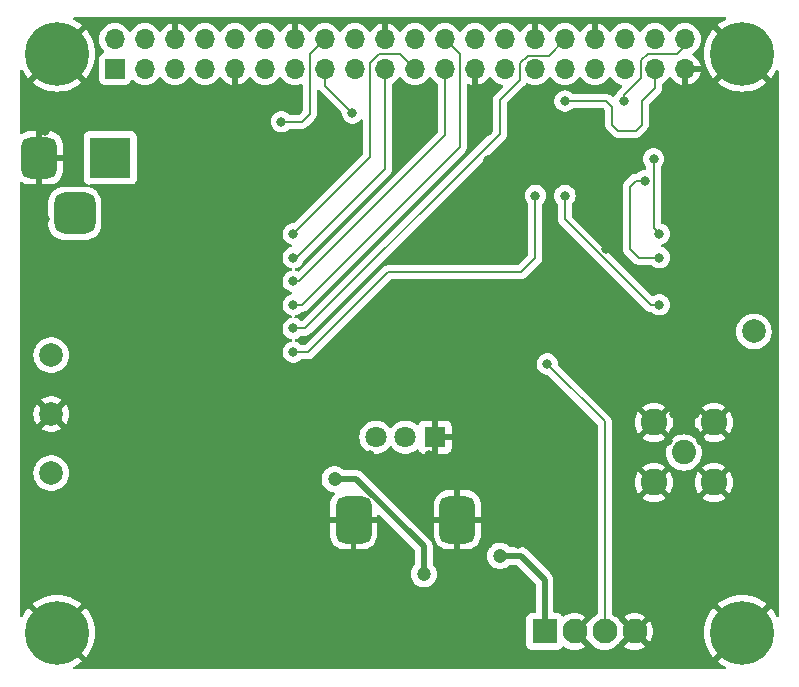
<source format=gbr>
%TF.GenerationSoftware,KiCad,Pcbnew,8.0.2-1*%
%TF.CreationDate,2024-05-25T15:23:03-04:00*%
%TF.ProjectId,Radio HAT,52616469-6f20-4484-9154-2e6b69636164,v1.1*%
%TF.SameCoordinates,Original*%
%TF.FileFunction,Copper,L3,Inr*%
%TF.FilePolarity,Positive*%
%FSLAX46Y46*%
G04 Gerber Fmt 4.6, Leading zero omitted, Abs format (unit mm)*
G04 Created by KiCad (PCBNEW 8.0.2-1) date 2024-05-25 15:23:03*
%MOMM*%
%LPD*%
G01*
G04 APERTURE LIST*
G04 Aperture macros list*
%AMRoundRect*
0 Rectangle with rounded corners*
0 $1 Rounding radius*
0 $2 $3 $4 $5 $6 $7 $8 $9 X,Y pos of 4 corners*
0 Add a 4 corners polygon primitive as box body*
4,1,4,$2,$3,$4,$5,$6,$7,$8,$9,$2,$3,0*
0 Add four circle primitives for the rounded corners*
1,1,$1+$1,$2,$3*
1,1,$1+$1,$4,$5*
1,1,$1+$1,$6,$7*
1,1,$1+$1,$8,$9*
0 Add four rect primitives between the rounded corners*
20,1,$1+$1,$2,$3,$4,$5,0*
20,1,$1+$1,$4,$5,$6,$7,0*
20,1,$1+$1,$6,$7,$8,$9,0*
20,1,$1+$1,$8,$9,$2,$3,0*%
G04 Aperture macros list end*
%TA.AperFunction,ComponentPad*%
%ADD10R,2.100000X2.100000*%
%TD*%
%TA.AperFunction,ComponentPad*%
%ADD11C,2.100000*%
%TD*%
%TA.AperFunction,ComponentPad*%
%ADD12C,0.800000*%
%TD*%
%TA.AperFunction,ComponentPad*%
%ADD13C,5.400000*%
%TD*%
%TA.AperFunction,ComponentPad*%
%ADD14C,2.000000*%
%TD*%
%TA.AperFunction,ComponentPad*%
%ADD15R,1.800000X1.800000*%
%TD*%
%TA.AperFunction,ComponentPad*%
%ADD16C,1.800000*%
%TD*%
%TA.AperFunction,ComponentPad*%
%ADD17RoundRect,0.750000X-0.750000X1.250000X-0.750000X-1.250000X0.750000X-1.250000X0.750000X1.250000X0*%
%TD*%
%TA.AperFunction,ComponentPad*%
%ADD18C,2.050000*%
%TD*%
%TA.AperFunction,ComponentPad*%
%ADD19C,2.250000*%
%TD*%
%TA.AperFunction,ComponentPad*%
%ADD20R,1.700000X1.700000*%
%TD*%
%TA.AperFunction,ComponentPad*%
%ADD21O,1.700000X1.700000*%
%TD*%
%TA.AperFunction,ComponentPad*%
%ADD22R,3.500000X3.500000*%
%TD*%
%TA.AperFunction,ComponentPad*%
%ADD23RoundRect,0.750000X-0.750000X-1.000000X0.750000X-1.000000X0.750000X1.000000X-0.750000X1.000000X0*%
%TD*%
%TA.AperFunction,ComponentPad*%
%ADD24RoundRect,0.875000X-0.875000X-0.875000X0.875000X-0.875000X0.875000X0.875000X-0.875000X0.875000X0*%
%TD*%
%TA.AperFunction,ViaPad*%
%ADD25C,0.800000*%
%TD*%
%TA.AperFunction,ViaPad*%
%ADD26C,1.200000*%
%TD*%
%TA.AperFunction,Conductor*%
%ADD27C,0.200000*%
%TD*%
%TA.AperFunction,Conductor*%
%ADD28C,0.500000*%
%TD*%
G04 APERTURE END LIST*
D10*
X144780000Y-152400000D03*
D11*
X147320000Y-152400000D03*
X149860000Y-152400000D03*
X152400000Y-152400000D03*
D12*
X159475000Y-152500000D03*
X160068109Y-151068109D03*
X160068109Y-153931891D03*
X161500000Y-150475000D03*
D13*
X161500000Y-152500000D03*
D12*
X161500000Y-154525000D03*
X162931891Y-151068109D03*
X162931891Y-153931891D03*
X163525000Y-152500000D03*
D14*
X103000000Y-139000000D03*
X103000000Y-134000000D03*
D12*
X101475000Y-152500000D03*
X102068109Y-151068109D03*
X102068109Y-153931891D03*
X103500000Y-150475000D03*
D13*
X103500000Y-152500000D03*
D12*
X103500000Y-154525000D03*
X104931891Y-151068109D03*
X104931891Y-153931891D03*
X105525000Y-152500000D03*
D15*
X135500000Y-135950000D03*
D16*
X133000000Y-135950000D03*
X130500000Y-135950000D03*
D17*
X137400000Y-142950000D03*
X128600000Y-142950000D03*
D18*
X156567500Y-137250000D03*
D19*
X154027500Y-134710000D03*
X154027500Y-139790000D03*
X159107500Y-134710000D03*
X159107500Y-139790000D03*
D12*
X159475000Y-103500000D03*
X160068109Y-102068109D03*
X160068109Y-104931891D03*
X161500000Y-101475000D03*
D13*
X161500000Y-103500000D03*
D12*
X161500000Y-105525000D03*
X162931891Y-102068109D03*
X162931891Y-104931891D03*
X163525000Y-103500000D03*
D20*
X108400000Y-104790000D03*
D21*
X108400000Y-102250000D03*
X110940000Y-104790000D03*
X110940000Y-102250000D03*
X113480000Y-104790000D03*
X113480000Y-102250000D03*
X116020000Y-104790000D03*
X116020000Y-102250000D03*
X118560000Y-104790000D03*
X118560000Y-102250000D03*
X121100000Y-104790000D03*
X121100000Y-102250000D03*
X123640000Y-104790000D03*
X123640000Y-102250000D03*
X126180000Y-104790000D03*
X126180000Y-102250000D03*
X128720000Y-104790000D03*
X128720000Y-102250000D03*
X131260000Y-104790000D03*
X131260000Y-102250000D03*
X133800000Y-104790000D03*
X133800000Y-102250000D03*
X136340000Y-104790000D03*
X136340000Y-102250000D03*
X138880000Y-104790000D03*
X138880000Y-102250000D03*
X141420000Y-104790000D03*
X141420000Y-102250000D03*
X143960000Y-104790000D03*
X143960000Y-102250000D03*
X146500000Y-104790000D03*
X146500000Y-102250000D03*
X149040000Y-104790000D03*
X149040000Y-102250000D03*
X151580000Y-104790000D03*
X151580000Y-102250000D03*
X154120000Y-104790000D03*
X154120000Y-102250000D03*
X156660000Y-104790000D03*
X156660000Y-102250000D03*
D14*
X162500000Y-127000000D03*
D22*
X108000000Y-112300000D03*
D23*
X102000000Y-112300000D03*
D24*
X105000000Y-117000000D03*
D14*
X103000000Y-129000000D03*
D12*
X101475000Y-103500000D03*
X102068109Y-102068109D03*
X102068109Y-104931891D03*
X103500000Y-101475000D03*
D13*
X103500000Y-103500000D03*
D12*
X103500000Y-105525000D03*
X104931891Y-102068109D03*
X104931891Y-104931891D03*
X105525000Y-103500000D03*
D25*
X112500000Y-112500000D03*
X147500000Y-127500000D03*
X135000000Y-137500000D03*
X122500000Y-132500000D03*
X152500000Y-145000000D03*
X157500000Y-133000000D03*
X162500000Y-115000000D03*
X157500000Y-134000000D03*
X115000000Y-132500000D03*
X140000000Y-112500000D03*
X154750000Y-128000000D03*
X130000000Y-137500000D03*
D26*
X136967500Y-120250000D03*
D25*
X155000000Y-147500000D03*
D26*
X146967500Y-120250000D03*
D25*
X155250000Y-136250000D03*
X158500000Y-131000000D03*
X102500000Y-122500000D03*
X115000000Y-130000000D03*
X162500000Y-110000000D03*
X152500000Y-147500000D03*
X117500000Y-110000000D03*
X140000000Y-147500000D03*
X137500000Y-135000000D03*
X127500000Y-137500000D03*
X162000000Y-124000000D03*
X142500000Y-110000000D03*
X147500000Y-130000000D03*
X107500000Y-125000000D03*
D26*
X119467500Y-130750000D03*
D25*
X145000000Y-145000000D03*
X162000000Y-134000000D03*
X155750000Y-132000000D03*
X142500000Y-107500000D03*
X142500000Y-115000000D03*
X157500000Y-145000000D03*
X150000000Y-117500000D03*
X125000000Y-147500000D03*
X162000000Y-131000000D03*
X162000000Y-137000000D03*
X157500000Y-132000000D03*
X152500000Y-130000000D03*
X147500000Y-125000000D03*
X150000000Y-132500000D03*
D26*
X146967500Y-123750000D03*
D25*
X160000000Y-110000000D03*
X127500000Y-127500000D03*
X160000000Y-129000000D03*
X158967500Y-137250000D03*
X115000000Y-137500000D03*
X150000000Y-115000000D03*
X157500000Y-135500000D03*
X140000000Y-107500000D03*
X137500000Y-137500000D03*
X127500000Y-135000000D03*
X150000000Y-130000000D03*
X105000000Y-120000000D03*
X155750000Y-133000000D03*
X105000000Y-107500000D03*
X154750000Y-130000000D03*
X107500000Y-107500000D03*
X158500000Y-130000000D03*
X158500000Y-128000000D03*
X133223000Y-107492800D03*
X154750000Y-132000000D03*
X142500000Y-145000000D03*
X140000000Y-115000000D03*
X118500000Y-120000000D03*
X107500000Y-120000000D03*
X158500000Y-129000000D03*
X162000000Y-140000000D03*
X117500000Y-132500000D03*
D26*
X136967500Y-123750000D03*
D25*
X155000000Y-145000000D03*
D26*
X141967500Y-120250000D03*
D25*
X125000000Y-135000000D03*
X122500000Y-147500000D03*
X142500000Y-112500000D03*
X142500000Y-117500000D03*
X115000000Y-135000000D03*
X105000000Y-125000000D03*
X102500000Y-115000000D03*
X120000000Y-115000000D03*
X125000000Y-132500000D03*
X160000000Y-117500000D03*
X105000000Y-122500000D03*
X160000000Y-115000000D03*
X155750000Y-134000000D03*
X127500000Y-147500000D03*
X162500000Y-112500000D03*
X142500000Y-147500000D03*
X125000000Y-130000000D03*
X132500000Y-147500000D03*
X137500000Y-140000000D03*
X158000000Y-136250000D03*
X145000000Y-125000000D03*
X105000000Y-110000000D03*
X107500000Y-122500000D03*
X105000000Y-112500000D03*
X117500000Y-130000000D03*
X120000000Y-112500000D03*
X117500000Y-137500000D03*
X137500000Y-147500000D03*
X145000000Y-127500000D03*
X120000000Y-135000000D03*
X140000000Y-117500000D03*
X150000000Y-127500000D03*
X147500000Y-145000000D03*
X102500000Y-107500000D03*
X120000000Y-110000000D03*
X145000000Y-132500000D03*
X160000000Y-107500000D03*
X117500000Y-112500000D03*
X158500000Y-132000000D03*
X112500000Y-127500000D03*
X135000000Y-140000000D03*
X102500000Y-125000000D03*
X150000000Y-120000000D03*
X130000000Y-147500000D03*
D26*
X125250000Y-113250000D03*
D25*
X150000000Y-125000000D03*
X117500000Y-122500000D03*
X102500000Y-117500000D03*
X162000000Y-119500000D03*
X116500000Y-120000000D03*
X162500000Y-117500000D03*
X137500000Y-117500000D03*
X140000000Y-110000000D03*
X102500000Y-120000000D03*
X155750000Y-135500000D03*
X117500000Y-135000000D03*
X135000000Y-142500000D03*
X140000000Y-145000000D03*
X154750000Y-129000000D03*
X102500000Y-110000000D03*
X154750000Y-131000000D03*
X127500000Y-130000000D03*
X160000000Y-112500000D03*
X152500000Y-132500000D03*
X112500000Y-110000000D03*
X122500000Y-135000000D03*
X147500000Y-147500000D03*
X162500000Y-107500000D03*
D26*
X141967500Y-123750000D03*
D25*
X127500000Y-132500000D03*
X153967500Y-137250000D03*
X151500000Y-107500000D03*
X123500000Y-120750000D03*
X123500000Y-118750000D03*
X123500000Y-122750000D03*
X123500000Y-124750000D03*
X123500000Y-126750000D03*
X145000000Y-129750000D03*
D26*
X141000000Y-146000000D03*
D25*
X146500000Y-107500000D03*
D26*
X127000000Y-139500000D03*
X134550000Y-147550000D03*
D25*
X153250000Y-114250000D03*
X154500000Y-120750000D03*
X154500000Y-118750000D03*
X154000000Y-112400000D03*
X154500000Y-124750000D03*
X146500000Y-115500000D03*
X144000000Y-115500000D03*
X123500000Y-128750000D03*
X128500000Y-108500000D03*
X122500000Y-109250000D03*
D27*
X153500000Y-103500000D02*
X156000000Y-103500000D01*
X152970000Y-105530000D02*
X152970000Y-104030000D01*
X152970000Y-104030000D02*
X153500000Y-103500000D01*
X151500000Y-107500000D02*
X151500000Y-107000000D01*
X151500000Y-107000000D02*
X152970000Y-105530000D01*
X156000000Y-103500000D02*
X156660000Y-102840000D01*
X156660000Y-102840000D02*
X156660000Y-102250000D01*
X123750000Y-120750000D02*
X123500000Y-120750000D01*
X131260000Y-113240000D02*
X123750000Y-120750000D01*
X131260000Y-104790000D02*
X131260000Y-113240000D01*
X130000000Y-104250000D02*
X130000000Y-112250000D01*
X132510000Y-103500000D02*
X130750000Y-103500000D01*
X130750000Y-103500000D02*
X130000000Y-104250000D01*
X130000000Y-112250000D02*
X123500000Y-118750000D01*
X133800000Y-104790000D02*
X132510000Y-103500000D01*
X136340000Y-110410000D02*
X124000000Y-122750000D01*
X136340000Y-104790000D02*
X136340000Y-110410000D01*
X124000000Y-122750000D02*
X123500000Y-122750000D01*
X137600000Y-111400000D02*
X124250000Y-124750000D01*
X136340000Y-102250000D02*
X137600000Y-103510000D01*
X124250000Y-124750000D02*
X123500000Y-124750000D01*
X137600000Y-103510000D02*
X137600000Y-111400000D01*
X143360000Y-103640000D02*
X142700000Y-104300000D01*
X146500000Y-102250000D02*
X145110000Y-103640000D01*
X142700000Y-105700000D02*
X141000000Y-107400000D01*
X145110000Y-103640000D02*
X143360000Y-103640000D01*
X141000000Y-107400000D02*
X141000000Y-110200000D01*
X141000000Y-110200000D02*
X141000000Y-110250000D01*
X141000000Y-110250000D02*
X124500000Y-126750000D01*
X124500000Y-126750000D02*
X123500000Y-126750000D01*
X142700000Y-104300000D02*
X142700000Y-105700000D01*
X149860000Y-134610000D02*
X149860000Y-152400000D01*
X145000000Y-129750000D02*
X149860000Y-134610000D01*
D28*
X142750000Y-146000000D02*
X141000000Y-146000000D01*
X144780000Y-152400000D02*
X144780000Y-148030000D01*
X144780000Y-148030000D02*
X142750000Y-146000000D01*
D27*
X153000000Y-109500000D02*
X152500000Y-110000000D01*
X150000000Y-107500000D02*
X146500000Y-107500000D01*
X151000000Y-110000000D02*
X150500000Y-109500000D01*
X150500000Y-109500000D02*
X150500000Y-108000000D01*
X154120000Y-106380000D02*
X153000000Y-107500000D01*
X153000000Y-107500000D02*
X153000000Y-109500000D01*
X152500000Y-110000000D02*
X151000000Y-110000000D01*
X154120000Y-104790000D02*
X154120000Y-106380000D01*
X150500000Y-108000000D02*
X150000000Y-107500000D01*
D28*
X134550000Y-147550000D02*
X134550000Y-145202944D01*
X134550000Y-145202944D02*
X128847056Y-139500000D01*
X128847056Y-139500000D02*
X127000000Y-139500000D01*
D27*
X152000000Y-120000000D02*
X152750000Y-120750000D01*
X153250000Y-114250000D02*
X152500000Y-114250000D01*
X152750000Y-120750000D02*
X154500000Y-120750000D01*
X152000000Y-114750000D02*
X152000000Y-120000000D01*
X152500000Y-114250000D02*
X152000000Y-114750000D01*
X154000000Y-112400000D02*
X154000000Y-118250000D01*
X154000000Y-118250000D02*
X154500000Y-118750000D01*
X153750000Y-124750000D02*
X154500000Y-124750000D01*
X146500000Y-117500000D02*
X153750000Y-124750000D01*
X146500000Y-115500000D02*
X146500000Y-117500000D01*
X131500000Y-122000000D02*
X124750000Y-128750000D01*
X142750000Y-122000000D02*
X131500000Y-122000000D01*
X144000000Y-115500000D02*
X144000000Y-120750000D01*
X124750000Y-128750000D02*
X123500000Y-128750000D01*
X144000000Y-120750000D02*
X142750000Y-122000000D01*
X126180000Y-104790000D02*
X126180000Y-106180000D01*
X126180000Y-106180000D02*
X128250000Y-108250000D01*
X128250000Y-108250000D02*
X128500000Y-108500000D01*
X122500000Y-109250000D02*
X124250000Y-109250000D01*
X124900000Y-103530000D02*
X126180000Y-102250000D01*
X124900000Y-108600000D02*
X124900000Y-103530000D01*
X124250000Y-109250000D02*
X124900000Y-108600000D01*
%TA.AperFunction,Conductor*%
G36*
X139130000Y-106120633D02*
G01*
X139343483Y-106063433D01*
X139343492Y-106063429D01*
X139557578Y-105963600D01*
X139751082Y-105828105D01*
X139918105Y-105661082D01*
X140048119Y-105475405D01*
X140102696Y-105431781D01*
X140172195Y-105424588D01*
X140234549Y-105456110D01*
X140251269Y-105475405D01*
X140381505Y-105661401D01*
X140548599Y-105828495D01*
X140645384Y-105896265D01*
X140742165Y-105964032D01*
X140742167Y-105964033D01*
X140742170Y-105964035D01*
X140956337Y-106063903D01*
X140956343Y-106063904D01*
X140956344Y-106063905D01*
X140996118Y-106074562D01*
X141167293Y-106120427D01*
X141226952Y-106156791D01*
X141257482Y-106219638D01*
X141249188Y-106289014D01*
X141222880Y-106327883D01*
X140631286Y-106919478D01*
X140519481Y-107031282D01*
X140519480Y-107031284D01*
X140472068Y-107113406D01*
X140469361Y-107118094D01*
X140469359Y-107118096D01*
X140440425Y-107168209D01*
X140440424Y-107168210D01*
X140427057Y-107218095D01*
X140399499Y-107320943D01*
X140399499Y-107320945D01*
X140399499Y-107489046D01*
X140399500Y-107489059D01*
X140399500Y-109949902D01*
X140379815Y-110016941D01*
X140363181Y-110037583D01*
X124301452Y-126099312D01*
X124240129Y-126132797D01*
X124170437Y-126127813D01*
X124121623Y-126094606D01*
X124105868Y-126077109D01*
X124105864Y-126077106D01*
X123952734Y-125965851D01*
X123952729Y-125965848D01*
X123779807Y-125888857D01*
X123779800Y-125888855D01*
X123697161Y-125871290D01*
X123635679Y-125838098D01*
X123601902Y-125776935D01*
X123606554Y-125707221D01*
X123648158Y-125651088D01*
X123697161Y-125628710D01*
X123703201Y-125627426D01*
X123779803Y-125611144D01*
X123952730Y-125534151D01*
X124105864Y-125422892D01*
X124105866Y-125422892D01*
X124105866Y-125422890D01*
X124105871Y-125422888D01*
X124134108Y-125391526D01*
X124193594Y-125354880D01*
X124226257Y-125350501D01*
X124329054Y-125350501D01*
X124329057Y-125350501D01*
X124481785Y-125309577D01*
X124531904Y-125280639D01*
X124618716Y-125230520D01*
X124730520Y-125118716D01*
X124730520Y-125118714D01*
X124740728Y-125108507D01*
X124740730Y-125108504D01*
X137958506Y-111890728D01*
X137958511Y-111890724D01*
X137968714Y-111880520D01*
X137968716Y-111880520D01*
X138080520Y-111768716D01*
X138149349Y-111649500D01*
X138159577Y-111631785D01*
X138200500Y-111479057D01*
X138200500Y-111320943D01*
X138200500Y-106157345D01*
X138220185Y-106090306D01*
X138272989Y-106044551D01*
X138342147Y-106034607D01*
X138376905Y-106044963D01*
X138416507Y-106063430D01*
X138416516Y-106063433D01*
X138630000Y-106120634D01*
X138630000Y-105223012D01*
X138687007Y-105255925D01*
X138814174Y-105290000D01*
X138945826Y-105290000D01*
X139072993Y-105255925D01*
X139130000Y-105223012D01*
X139130000Y-106120633D01*
G37*
%TD.AperFunction*%
%TA.AperFunction,Conductor*%
G36*
X135154855Y-105456546D02*
G01*
X135171575Y-105475842D01*
X135301281Y-105661082D01*
X135301505Y-105661401D01*
X135468599Y-105828495D01*
X135565384Y-105896265D01*
X135662165Y-105964032D01*
X135662167Y-105964033D01*
X135662170Y-105964035D01*
X135667898Y-105966706D01*
X135720339Y-106012872D01*
X135739500Y-106079090D01*
X135739500Y-110109902D01*
X135719815Y-110176941D01*
X135703181Y-110197583D01*
X124000665Y-121900098D01*
X123939342Y-121933583D01*
X123869650Y-121928599D01*
X123862548Y-121925697D01*
X123779799Y-121888854D01*
X123697161Y-121871290D01*
X123635679Y-121838098D01*
X123601902Y-121776935D01*
X123606554Y-121707221D01*
X123648158Y-121651088D01*
X123697161Y-121628710D01*
X123703201Y-121627426D01*
X123779803Y-121611144D01*
X123952730Y-121534151D01*
X124105871Y-121422888D01*
X124232533Y-121282216D01*
X124327179Y-121118284D01*
X124364295Y-121004050D01*
X124394542Y-120954691D01*
X131628713Y-113720521D01*
X131628716Y-113720520D01*
X131740520Y-113608716D01*
X131790639Y-113521904D01*
X131819577Y-113471785D01*
X131860501Y-113319057D01*
X131860501Y-113160943D01*
X131860501Y-113153348D01*
X131860500Y-113153330D01*
X131860500Y-106079090D01*
X131880185Y-106012051D01*
X131932101Y-105966706D01*
X131937830Y-105964035D01*
X132131401Y-105828495D01*
X132298495Y-105661401D01*
X132428425Y-105475842D01*
X132483002Y-105432217D01*
X132552500Y-105425023D01*
X132614855Y-105456546D01*
X132631575Y-105475842D01*
X132761281Y-105661082D01*
X132761505Y-105661401D01*
X132928599Y-105828495D01*
X133025384Y-105896265D01*
X133122165Y-105964032D01*
X133122167Y-105964033D01*
X133122170Y-105964035D01*
X133336337Y-106063903D01*
X133336343Y-106063904D01*
X133336344Y-106063905D01*
X133391285Y-106078626D01*
X133564592Y-106125063D01*
X133741034Y-106140500D01*
X133799999Y-106145659D01*
X133800000Y-106145659D01*
X133800001Y-106145659D01*
X133858966Y-106140500D01*
X134035408Y-106125063D01*
X134263663Y-106063903D01*
X134477830Y-105964035D01*
X134671401Y-105828495D01*
X134838495Y-105661401D01*
X134968425Y-105475842D01*
X135023002Y-105432217D01*
X135092500Y-105425023D01*
X135154855Y-105456546D01*
G37*
%TD.AperFunction*%
%TA.AperFunction,Conductor*%
G36*
X160113418Y-100401185D02*
G01*
X160159173Y-100453989D01*
X160169117Y-100523147D01*
X160140092Y-100586703D01*
X160106360Y-100614028D01*
X159794810Y-100786215D01*
X159794805Y-100786218D01*
X159501693Y-100994193D01*
X159420397Y-101066844D01*
X160209721Y-101856168D01*
X160117837Y-101818109D01*
X160018381Y-101818109D01*
X159926495Y-101856169D01*
X159856169Y-101926495D01*
X159818109Y-102018381D01*
X159818109Y-102117837D01*
X159856168Y-102209721D01*
X159066844Y-101420397D01*
X158994193Y-101501693D01*
X158786218Y-101794805D01*
X158786215Y-101794810D01*
X158612355Y-102109386D01*
X158612353Y-102109390D01*
X158474812Y-102441447D01*
X158375316Y-102786805D01*
X158375314Y-102786814D01*
X158315112Y-103141141D01*
X158315110Y-103141153D01*
X158294958Y-103500000D01*
X158315110Y-103858846D01*
X158315112Y-103858858D01*
X158375314Y-104213185D01*
X158375316Y-104213194D01*
X158474812Y-104558552D01*
X158612353Y-104890609D01*
X158612355Y-104890613D01*
X158786215Y-105205189D01*
X158786218Y-105205194D01*
X158994193Y-105498306D01*
X159066844Y-105579601D01*
X160384728Y-104261717D01*
X160470278Y-104379466D01*
X160620534Y-104529722D01*
X160738281Y-104615270D01*
X160280050Y-105073501D01*
X160318109Y-104981619D01*
X160318109Y-104882163D01*
X160280049Y-104790277D01*
X160209723Y-104719951D01*
X160117837Y-104681891D01*
X160018381Y-104681891D01*
X159926495Y-104719951D01*
X159856169Y-104790277D01*
X159818109Y-104882163D01*
X159818109Y-104981619D01*
X159856169Y-105073505D01*
X159926495Y-105143831D01*
X160018381Y-105181891D01*
X160117837Y-105181891D01*
X160209719Y-105143832D01*
X159420397Y-105933154D01*
X159501693Y-106005806D01*
X159794805Y-106213781D01*
X159794810Y-106213784D01*
X160109386Y-106387644D01*
X160109390Y-106387646D01*
X160441447Y-106525187D01*
X160786805Y-106624683D01*
X160786814Y-106624685D01*
X161141141Y-106684887D01*
X161141153Y-106684889D01*
X161500000Y-106705041D01*
X161858846Y-106684889D01*
X161858858Y-106684887D01*
X162213185Y-106624685D01*
X162213194Y-106624683D01*
X162558552Y-106525187D01*
X162890609Y-106387646D01*
X162890613Y-106387644D01*
X163205189Y-106213784D01*
X163205194Y-106213781D01*
X163498299Y-106005811D01*
X163498322Y-106005793D01*
X163579602Y-105933155D01*
X163579602Y-105933154D01*
X162790279Y-105143832D01*
X162882163Y-105181891D01*
X162981619Y-105181891D01*
X163073505Y-105143831D01*
X163143831Y-105073505D01*
X163181891Y-104981619D01*
X163181891Y-104882163D01*
X163143832Y-104790279D01*
X163933154Y-105579602D01*
X163933155Y-105579602D01*
X164005793Y-105498322D01*
X164005811Y-105498299D01*
X164213781Y-105205194D01*
X164213784Y-105205189D01*
X164385972Y-104893639D01*
X164435629Y-104844486D01*
X164503977Y-104829983D01*
X164569316Y-104854733D01*
X164610901Y-104910879D01*
X164618500Y-104953620D01*
X164618500Y-151046379D01*
X164598815Y-151113418D01*
X164546011Y-151159173D01*
X164476853Y-151169117D01*
X164413297Y-151140092D01*
X164385972Y-151106360D01*
X164213784Y-150794810D01*
X164213781Y-150794805D01*
X164005806Y-150501693D01*
X163933154Y-150420397D01*
X163143832Y-151209718D01*
X163181891Y-151117837D01*
X163181891Y-151018381D01*
X163143831Y-150926495D01*
X163073505Y-150856169D01*
X162981619Y-150818109D01*
X162882163Y-150818109D01*
X162790277Y-150856169D01*
X162719951Y-150926495D01*
X162681891Y-151018381D01*
X162681891Y-151117837D01*
X162719951Y-151209723D01*
X162790277Y-151280049D01*
X162882163Y-151318109D01*
X162981619Y-151318109D01*
X163073501Y-151280050D01*
X162615270Y-151738281D01*
X162529722Y-151620534D01*
X162379466Y-151470278D01*
X162261717Y-151384729D01*
X163579601Y-150066844D01*
X163579602Y-150066844D01*
X163498306Y-149994193D01*
X163205194Y-149786218D01*
X163205189Y-149786215D01*
X162890613Y-149612355D01*
X162890609Y-149612353D01*
X162558552Y-149474812D01*
X162213194Y-149375316D01*
X162213185Y-149375314D01*
X161858858Y-149315112D01*
X161858846Y-149315110D01*
X161500000Y-149294958D01*
X161141153Y-149315110D01*
X161141141Y-149315112D01*
X160786814Y-149375314D01*
X160786805Y-149375316D01*
X160441447Y-149474812D01*
X160109390Y-149612353D01*
X160109386Y-149612355D01*
X159794810Y-149786215D01*
X159794805Y-149786218D01*
X159501693Y-149994193D01*
X159420397Y-150066844D01*
X160209721Y-150856168D01*
X160117837Y-150818109D01*
X160018381Y-150818109D01*
X159926495Y-150856169D01*
X159856169Y-150926495D01*
X159818109Y-151018381D01*
X159818109Y-151117837D01*
X159856168Y-151209721D01*
X159066844Y-150420397D01*
X158994193Y-150501693D01*
X158786218Y-150794805D01*
X158786215Y-150794810D01*
X158612355Y-151109386D01*
X158612353Y-151109390D01*
X158474812Y-151441447D01*
X158375316Y-151786805D01*
X158375314Y-151786814D01*
X158315112Y-152141141D01*
X158315110Y-152141153D01*
X158294958Y-152500000D01*
X158315110Y-152858846D01*
X158315112Y-152858858D01*
X158375314Y-153213185D01*
X158375316Y-153213194D01*
X158474812Y-153558552D01*
X158612353Y-153890609D01*
X158612355Y-153890613D01*
X158786215Y-154205189D01*
X158786218Y-154205194D01*
X158994193Y-154498306D01*
X159066844Y-154579601D01*
X160384728Y-153261717D01*
X160470278Y-153379466D01*
X160620534Y-153529722D01*
X160738281Y-153615270D01*
X160280050Y-154073501D01*
X160318109Y-153981619D01*
X160318109Y-153882163D01*
X160280049Y-153790277D01*
X160209723Y-153719951D01*
X160117837Y-153681891D01*
X160018381Y-153681891D01*
X159926495Y-153719951D01*
X159856169Y-153790277D01*
X159818109Y-153882163D01*
X159818109Y-153981619D01*
X159856169Y-154073505D01*
X159926495Y-154143831D01*
X160018381Y-154181891D01*
X160117837Y-154181891D01*
X160209719Y-154143832D01*
X159420397Y-154933154D01*
X159501693Y-155005806D01*
X159794805Y-155213781D01*
X159794810Y-155213784D01*
X160106360Y-155385972D01*
X160155513Y-155435629D01*
X160170016Y-155503977D01*
X160145266Y-155569316D01*
X160089119Y-155610901D01*
X160046379Y-155618500D01*
X104953621Y-155618500D01*
X104886582Y-155598815D01*
X104840827Y-155546011D01*
X104830883Y-155476853D01*
X104859908Y-155413297D01*
X104893640Y-155385972D01*
X105205189Y-155213784D01*
X105205194Y-155213781D01*
X105498299Y-155005811D01*
X105498322Y-155005793D01*
X105579602Y-154933155D01*
X105579602Y-154933154D01*
X104790279Y-154143832D01*
X104882163Y-154181891D01*
X104981619Y-154181891D01*
X105073505Y-154143831D01*
X105143831Y-154073505D01*
X105181891Y-153981619D01*
X105181891Y-153882163D01*
X105143832Y-153790279D01*
X105933154Y-154579602D01*
X105933155Y-154579602D01*
X106005793Y-154498322D01*
X106005811Y-154498299D01*
X106213781Y-154205194D01*
X106213784Y-154205189D01*
X106387644Y-153890613D01*
X106387646Y-153890609D01*
X106525187Y-153558552D01*
X106624683Y-153213194D01*
X106624685Y-153213185D01*
X106684887Y-152858858D01*
X106684889Y-152858846D01*
X106705041Y-152500000D01*
X106684889Y-152141153D01*
X106684887Y-152141141D01*
X106624685Y-151786814D01*
X106624683Y-151786805D01*
X106525187Y-151441447D01*
X106387646Y-151109390D01*
X106387644Y-151109386D01*
X106213784Y-150794810D01*
X106213781Y-150794805D01*
X106005806Y-150501693D01*
X105933154Y-150420397D01*
X105143832Y-151209718D01*
X105181891Y-151117837D01*
X105181891Y-151018381D01*
X105143831Y-150926495D01*
X105073505Y-150856169D01*
X104981619Y-150818109D01*
X104882163Y-150818109D01*
X104790277Y-150856169D01*
X104719951Y-150926495D01*
X104681891Y-151018381D01*
X104681891Y-151117837D01*
X104719951Y-151209723D01*
X104790277Y-151280049D01*
X104882163Y-151318109D01*
X104981619Y-151318109D01*
X105073500Y-151280050D01*
X104615270Y-151738281D01*
X104529722Y-151620534D01*
X104379466Y-151470278D01*
X104261717Y-151384729D01*
X105579601Y-150066844D01*
X105579602Y-150066844D01*
X105498306Y-149994193D01*
X105205194Y-149786218D01*
X105205189Y-149786215D01*
X104890613Y-149612355D01*
X104890609Y-149612353D01*
X104558552Y-149474812D01*
X104213194Y-149375316D01*
X104213185Y-149375314D01*
X103858858Y-149315112D01*
X103858846Y-149315110D01*
X103500000Y-149294958D01*
X103141153Y-149315110D01*
X103141141Y-149315112D01*
X102786814Y-149375314D01*
X102786805Y-149375316D01*
X102441447Y-149474812D01*
X102109390Y-149612353D01*
X102109386Y-149612355D01*
X101794810Y-149786215D01*
X101794805Y-149786218D01*
X101501693Y-149994193D01*
X101420397Y-150066844D01*
X102209721Y-150856168D01*
X102117837Y-150818109D01*
X102018381Y-150818109D01*
X101926495Y-150856169D01*
X101856169Y-150926495D01*
X101818109Y-151018381D01*
X101818109Y-151117837D01*
X101856168Y-151209721D01*
X101066844Y-150420397D01*
X100994193Y-150501693D01*
X100786218Y-150794805D01*
X100786215Y-150794810D01*
X100614028Y-151106360D01*
X100564371Y-151155513D01*
X100496023Y-151170016D01*
X100430684Y-151145266D01*
X100389099Y-151089119D01*
X100381500Y-151046379D01*
X100381500Y-138999994D01*
X101494357Y-138999994D01*
X101494357Y-139000005D01*
X101514890Y-139247812D01*
X101514892Y-139247824D01*
X101575936Y-139488881D01*
X101675826Y-139716606D01*
X101811833Y-139924782D01*
X101811836Y-139924785D01*
X101980256Y-140107738D01*
X102176491Y-140260474D01*
X102395190Y-140378828D01*
X102630386Y-140459571D01*
X102875665Y-140500500D01*
X103124335Y-140500500D01*
X103369614Y-140459571D01*
X103604810Y-140378828D01*
X103823509Y-140260474D01*
X104019744Y-140107738D01*
X104188164Y-139924785D01*
X104324173Y-139716607D01*
X104419186Y-139499999D01*
X125894785Y-139499999D01*
X125894785Y-139500000D01*
X125913602Y-139703082D01*
X125969417Y-139899247D01*
X125969422Y-139899260D01*
X126060327Y-140081821D01*
X126183237Y-140244581D01*
X126333958Y-140381980D01*
X126333960Y-140381982D01*
X126433141Y-140443392D01*
X126507363Y-140489348D01*
X126697544Y-140563024D01*
X126898024Y-140600500D01*
X126898026Y-140600500D01*
X126903659Y-140601553D01*
X126903273Y-140603617D01*
X126959561Y-140625949D01*
X127000266Y-140682737D01*
X127003808Y-140752517D01*
X126970895Y-140811339D01*
X126886564Y-140895670D01*
X126886559Y-140895676D01*
X126758431Y-141080619D01*
X126758428Y-141080625D01*
X126665377Y-141285480D01*
X126610400Y-141503667D01*
X126600000Y-141635803D01*
X126600000Y-142700000D01*
X127702259Y-142700000D01*
X127700000Y-142711358D01*
X127700000Y-143188642D01*
X127702259Y-143200000D01*
X126600001Y-143200000D01*
X126600001Y-144264197D01*
X126610400Y-144396332D01*
X126665377Y-144614519D01*
X126758428Y-144819374D01*
X126758431Y-144819380D01*
X126886559Y-145004323D01*
X126886569Y-145004335D01*
X127045664Y-145163430D01*
X127045676Y-145163440D01*
X127230619Y-145291568D01*
X127230625Y-145291571D01*
X127435480Y-145384622D01*
X127653667Y-145439599D01*
X127785810Y-145449999D01*
X128349999Y-145449999D01*
X128350000Y-145449998D01*
X128350000Y-143967904D01*
X128511358Y-144000000D01*
X128688642Y-144000000D01*
X128850000Y-143967904D01*
X128850000Y-145449999D01*
X129414182Y-145449999D01*
X129414197Y-145449998D01*
X129546332Y-145439599D01*
X129764519Y-145384622D01*
X129969374Y-145291571D01*
X129969380Y-145291568D01*
X130154323Y-145163440D01*
X130154335Y-145163430D01*
X130313430Y-145004335D01*
X130313440Y-145004323D01*
X130441568Y-144819380D01*
X130441571Y-144819374D01*
X130534622Y-144614519D01*
X130589599Y-144396332D01*
X130599999Y-144264196D01*
X130600000Y-144264184D01*
X130600000Y-143200000D01*
X129497741Y-143200000D01*
X129500000Y-143188642D01*
X129500000Y-142711358D01*
X129497741Y-142700000D01*
X130599999Y-142700000D01*
X130599999Y-142613673D01*
X130619684Y-142546634D01*
X130672488Y-142500879D01*
X130741646Y-142490935D01*
X130805202Y-142519960D01*
X130811680Y-142525992D01*
X133763181Y-145477493D01*
X133796666Y-145538816D01*
X133799500Y-145565174D01*
X133799500Y-146690261D01*
X133779815Y-146757300D01*
X133759040Y-146781897D01*
X133733235Y-146805421D01*
X133610327Y-146968178D01*
X133519422Y-147150739D01*
X133519417Y-147150752D01*
X133463602Y-147346917D01*
X133444785Y-147549999D01*
X133444785Y-147550000D01*
X133463602Y-147753082D01*
X133519417Y-147949247D01*
X133519422Y-147949260D01*
X133610327Y-148131821D01*
X133733237Y-148294581D01*
X133883958Y-148431980D01*
X133883960Y-148431982D01*
X133983141Y-148493392D01*
X134057363Y-148539348D01*
X134247544Y-148613024D01*
X134448024Y-148650500D01*
X134448026Y-148650500D01*
X134651974Y-148650500D01*
X134651976Y-148650500D01*
X134852456Y-148613024D01*
X135042637Y-148539348D01*
X135216041Y-148431981D01*
X135366764Y-148294579D01*
X135489673Y-148131821D01*
X135580582Y-147949250D01*
X135636397Y-147753083D01*
X135655215Y-147550000D01*
X135645675Y-147447050D01*
X135636397Y-147346917D01*
X135580582Y-147150750D01*
X135489673Y-146968179D01*
X135366764Y-146805421D01*
X135346359Y-146786819D01*
X135340960Y-146781897D01*
X135304680Y-146722185D01*
X135300500Y-146690261D01*
X135300500Y-145999999D01*
X139894785Y-145999999D01*
X139894785Y-146000000D01*
X139913602Y-146203082D01*
X139969417Y-146399247D01*
X139969422Y-146399260D01*
X140060327Y-146581821D01*
X140183237Y-146744581D01*
X140333958Y-146881980D01*
X140333960Y-146881982D01*
X140433141Y-146943392D01*
X140507363Y-146989348D01*
X140697544Y-147063024D01*
X140898024Y-147100500D01*
X140898026Y-147100500D01*
X141101974Y-147100500D01*
X141101976Y-147100500D01*
X141302456Y-147063024D01*
X141492637Y-146989348D01*
X141666041Y-146881981D01*
X141737486Y-146816850D01*
X141774769Y-146782863D01*
X141837573Y-146752246D01*
X141858307Y-146750500D01*
X142387770Y-146750500D01*
X142454809Y-146770185D01*
X142475451Y-146786819D01*
X143993181Y-148304548D01*
X144026666Y-148365871D01*
X144029500Y-148392229D01*
X144029500Y-150725500D01*
X144009815Y-150792539D01*
X143957011Y-150838294D01*
X143905501Y-150849500D01*
X143682130Y-150849500D01*
X143682123Y-150849501D01*
X143622516Y-150855908D01*
X143487671Y-150906202D01*
X143487664Y-150906206D01*
X143372455Y-150992452D01*
X143372452Y-150992455D01*
X143286206Y-151107664D01*
X143286202Y-151107671D01*
X143235908Y-151242517D01*
X143229501Y-151302116D01*
X143229500Y-151302135D01*
X143229500Y-153497870D01*
X143229501Y-153497876D01*
X143235908Y-153557483D01*
X143286202Y-153692328D01*
X143286206Y-153692335D01*
X143372452Y-153807544D01*
X143372455Y-153807547D01*
X143487664Y-153893793D01*
X143487671Y-153893797D01*
X143622517Y-153944091D01*
X143622516Y-153944091D01*
X143629444Y-153944835D01*
X143682127Y-153950500D01*
X145877872Y-153950499D01*
X145937483Y-153944091D01*
X146072331Y-153893796D01*
X146187546Y-153807546D01*
X146265387Y-153703562D01*
X146321319Y-153661694D01*
X146391010Y-153656710D01*
X146429442Y-153672149D01*
X146614138Y-153785331D01*
X146839542Y-153878696D01*
X147076780Y-153935651D01*
X147076779Y-153935651D01*
X147320000Y-153954792D01*
X147563219Y-153935651D01*
X147800457Y-153878696D01*
X148025861Y-153785331D01*
X148227941Y-153661495D01*
X148227941Y-153661494D01*
X147490234Y-152923787D01*
X147532292Y-152912518D01*
X147657708Y-152840110D01*
X147760110Y-152737708D01*
X147832518Y-152612292D01*
X147843787Y-152570234D01*
X148603598Y-153330044D01*
X148638087Y-153356735D01*
X148760241Y-153499759D01*
X148829079Y-153558552D01*
X148945823Y-153658261D01*
X148945826Y-153658262D01*
X149153910Y-153785777D01*
X149379381Y-153879169D01*
X149379378Y-153879169D01*
X149379384Y-153879170D01*
X149379388Y-153879172D01*
X149616698Y-153936146D01*
X149860000Y-153955294D01*
X150103302Y-153936146D01*
X150340612Y-153879172D01*
X150566089Y-153785777D01*
X150774179Y-153658259D01*
X150959759Y-153499759D01*
X151081914Y-153356733D01*
X151104372Y-153342072D01*
X151876212Y-152570233D01*
X151887482Y-152612292D01*
X151959890Y-152737708D01*
X152062292Y-152840110D01*
X152187708Y-152912518D01*
X152229765Y-152923787D01*
X151492057Y-153661494D01*
X151694138Y-153785331D01*
X151919542Y-153878696D01*
X152156780Y-153935651D01*
X152156779Y-153935651D01*
X152400000Y-153954792D01*
X152643219Y-153935651D01*
X152880457Y-153878696D01*
X153105861Y-153785331D01*
X153307941Y-153661495D01*
X153307941Y-153661494D01*
X152570235Y-152923787D01*
X152612292Y-152912518D01*
X152737708Y-152840110D01*
X152840110Y-152737708D01*
X152912518Y-152612292D01*
X152923787Y-152570234D01*
X153661494Y-153307941D01*
X153661495Y-153307941D01*
X153785331Y-153105861D01*
X153878696Y-152880457D01*
X153935651Y-152643219D01*
X153954792Y-152400000D01*
X153935651Y-152156780D01*
X153878696Y-151919542D01*
X153785331Y-151694138D01*
X153661494Y-151492057D01*
X152923787Y-152229764D01*
X152912518Y-152187708D01*
X152840110Y-152062292D01*
X152737708Y-151959890D01*
X152612292Y-151887482D01*
X152570234Y-151876212D01*
X153307941Y-151138504D01*
X153105861Y-151014668D01*
X152880457Y-150921303D01*
X152643219Y-150864348D01*
X152643220Y-150864348D01*
X152400000Y-150845207D01*
X152156780Y-150864348D01*
X151919542Y-150921303D01*
X151694138Y-151014668D01*
X151492057Y-151138504D01*
X152229766Y-151876212D01*
X152187708Y-151887482D01*
X152062292Y-151959890D01*
X151959890Y-152062292D01*
X151887482Y-152187708D01*
X151876212Y-152229766D01*
X151116419Y-151469973D01*
X151081911Y-151443263D01*
X151080360Y-151441447D01*
X150959759Y-151300241D01*
X150806232Y-151169117D01*
X150774176Y-151141738D01*
X150774173Y-151141737D01*
X150566094Y-151014226D01*
X150566093Y-151014225D01*
X150566089Y-151014223D01*
X150537044Y-151002192D01*
X150482642Y-150958349D01*
X150460579Y-150892055D01*
X150460500Y-150887632D01*
X150460500Y-139790000D01*
X152397475Y-139790000D01*
X152417542Y-140044989D01*
X152477252Y-140293702D01*
X152575134Y-140530012D01*
X152575136Y-140530015D01*
X152708777Y-140748098D01*
X152708784Y-140748107D01*
X152712033Y-140751912D01*
X153273384Y-140190560D01*
X153274240Y-140192626D01*
X153367262Y-140331844D01*
X153485656Y-140450238D01*
X153624874Y-140543260D01*
X153626937Y-140544114D01*
X153065587Y-141105465D01*
X153069397Y-141108719D01*
X153287484Y-141242363D01*
X153287487Y-141242365D01*
X153523797Y-141340247D01*
X153772511Y-141399957D01*
X153772510Y-141399957D01*
X154027500Y-141420024D01*
X154282489Y-141399957D01*
X154531202Y-141340247D01*
X154767512Y-141242365D01*
X154767515Y-141242363D01*
X154985595Y-141108724D01*
X154985610Y-141108713D01*
X154989411Y-141105466D01*
X154989411Y-141105464D01*
X154428062Y-140544114D01*
X154430126Y-140543260D01*
X154569344Y-140450238D01*
X154687738Y-140331844D01*
X154780760Y-140192626D01*
X154781614Y-140190561D01*
X155342964Y-140751911D01*
X155342966Y-140751911D01*
X155346213Y-140748110D01*
X155346224Y-140748095D01*
X155479863Y-140530015D01*
X155479865Y-140530012D01*
X155577747Y-140293702D01*
X155637457Y-140044989D01*
X155657524Y-139790000D01*
X157477475Y-139790000D01*
X157497542Y-140044989D01*
X157557252Y-140293702D01*
X157655134Y-140530012D01*
X157655136Y-140530015D01*
X157788777Y-140748098D01*
X157788784Y-140748107D01*
X157792033Y-140751912D01*
X158353384Y-140190560D01*
X158354240Y-140192626D01*
X158447262Y-140331844D01*
X158565656Y-140450238D01*
X158704874Y-140543260D01*
X158706937Y-140544114D01*
X158145587Y-141105465D01*
X158149397Y-141108719D01*
X158367484Y-141242363D01*
X158367487Y-141242365D01*
X158603797Y-141340247D01*
X158852511Y-141399957D01*
X158852510Y-141399957D01*
X159107500Y-141420024D01*
X159362489Y-141399957D01*
X159611202Y-141340247D01*
X159847512Y-141242365D01*
X159847515Y-141242363D01*
X160065595Y-141108724D01*
X160065610Y-141108713D01*
X160069411Y-141105466D01*
X160069411Y-141105464D01*
X159508062Y-140544114D01*
X159510126Y-140543260D01*
X159649344Y-140450238D01*
X159767738Y-140331844D01*
X159860760Y-140192626D01*
X159861614Y-140190561D01*
X160422964Y-140751911D01*
X160422966Y-140751911D01*
X160426213Y-140748110D01*
X160426224Y-140748095D01*
X160559863Y-140530015D01*
X160559865Y-140530012D01*
X160657747Y-140293702D01*
X160717457Y-140044989D01*
X160737524Y-139790000D01*
X160717457Y-139535010D01*
X160657747Y-139286297D01*
X160559865Y-139049987D01*
X160559863Y-139049984D01*
X160426219Y-138831897D01*
X160422965Y-138828087D01*
X159861614Y-139389437D01*
X159860760Y-139387374D01*
X159767738Y-139248156D01*
X159649344Y-139129762D01*
X159510126Y-139036740D01*
X159508061Y-139035884D01*
X160069412Y-138474533D01*
X160065607Y-138471284D01*
X160065598Y-138471277D01*
X159847515Y-138337636D01*
X159847512Y-138337634D01*
X159611202Y-138239752D01*
X159362488Y-138180042D01*
X159362489Y-138180042D01*
X159107500Y-138159975D01*
X158852510Y-138180042D01*
X158603797Y-138239752D01*
X158367487Y-138337634D01*
X158367484Y-138337636D01*
X158149393Y-138471282D01*
X158145586Y-138474532D01*
X158706938Y-139035884D01*
X158704874Y-139036740D01*
X158565656Y-139129762D01*
X158447262Y-139248156D01*
X158354240Y-139387374D01*
X158353384Y-139389438D01*
X157792032Y-138828086D01*
X157788782Y-138831893D01*
X157655136Y-139049984D01*
X157655134Y-139049987D01*
X157557252Y-139286297D01*
X157497542Y-139535010D01*
X157477475Y-139790000D01*
X155657524Y-139790000D01*
X155637457Y-139535010D01*
X155577747Y-139286297D01*
X155479865Y-139049987D01*
X155479863Y-139049984D01*
X155346219Y-138831897D01*
X155342965Y-138828087D01*
X154781614Y-139389437D01*
X154780760Y-139387374D01*
X154687738Y-139248156D01*
X154569344Y-139129762D01*
X154430126Y-139036740D01*
X154428061Y-139035884D01*
X154989412Y-138474533D01*
X154985607Y-138471284D01*
X154985598Y-138471277D01*
X154767515Y-138337636D01*
X154767512Y-138337634D01*
X154531202Y-138239752D01*
X154282488Y-138180042D01*
X154282489Y-138180042D01*
X154027500Y-138159975D01*
X153772510Y-138180042D01*
X153523797Y-138239752D01*
X153287487Y-138337634D01*
X153287484Y-138337636D01*
X153069393Y-138471282D01*
X153065586Y-138474532D01*
X153626938Y-139035884D01*
X153624874Y-139036740D01*
X153485656Y-139129762D01*
X153367262Y-139248156D01*
X153274240Y-139387374D01*
X153273384Y-139389438D01*
X152712032Y-138828086D01*
X152708782Y-138831893D01*
X152575136Y-139049984D01*
X152575134Y-139049987D01*
X152477252Y-139286297D01*
X152417542Y-139535010D01*
X152397475Y-139790000D01*
X150460500Y-139790000D01*
X150460500Y-137250000D01*
X155037283Y-137250000D01*
X155056123Y-137489382D01*
X155112174Y-137722853D01*
X155112178Y-137722865D01*
X155204065Y-137944702D01*
X155284045Y-138075217D01*
X155329528Y-138149439D01*
X155485473Y-138332027D01*
X155668061Y-138487972D01*
X155668063Y-138487973D01*
X155872797Y-138613434D01*
X155969547Y-138653508D01*
X156094637Y-138705323D01*
X156328121Y-138761377D01*
X156567500Y-138780217D01*
X156806879Y-138761377D01*
X157040363Y-138705323D01*
X157233865Y-138625171D01*
X157262202Y-138613434D01*
X157262204Y-138613433D01*
X157466939Y-138487972D01*
X157649527Y-138332027D01*
X157805472Y-138149439D01*
X157930933Y-137944704D01*
X158022823Y-137722863D01*
X158078877Y-137489379D01*
X158097717Y-137250000D01*
X158078877Y-137010621D01*
X158022823Y-136777137D01*
X157957257Y-136618848D01*
X157930934Y-136555297D01*
X157805473Y-136350563D01*
X157805472Y-136350561D01*
X157649527Y-136167973D01*
X157466939Y-136012028D01*
X157365728Y-135950006D01*
X157262202Y-135886565D01*
X157040365Y-135794678D01*
X157040367Y-135794678D01*
X157040363Y-135794677D01*
X157040359Y-135794676D01*
X157040353Y-135794674D01*
X156806882Y-135738623D01*
X156567500Y-135719783D01*
X156328117Y-135738623D01*
X156094646Y-135794674D01*
X156094634Y-135794678D01*
X155872797Y-135886565D01*
X155668063Y-136012026D01*
X155485473Y-136167973D01*
X155329526Y-136350563D01*
X155204065Y-136555297D01*
X155112178Y-136777134D01*
X155112174Y-136777146D01*
X155056123Y-137010617D01*
X155037283Y-137250000D01*
X150460500Y-137250000D01*
X150460500Y-134710000D01*
X152397475Y-134710000D01*
X152417542Y-134964989D01*
X152477252Y-135213702D01*
X152575134Y-135450012D01*
X152575136Y-135450015D01*
X152708777Y-135668098D01*
X152708784Y-135668107D01*
X152712033Y-135671912D01*
X153273384Y-135110560D01*
X153274240Y-135112626D01*
X153367262Y-135251844D01*
X153485656Y-135370238D01*
X153624874Y-135463260D01*
X153626937Y-135464114D01*
X153065587Y-136025465D01*
X153069397Y-136028719D01*
X153287484Y-136162363D01*
X153287487Y-136162365D01*
X153523797Y-136260247D01*
X153772511Y-136319957D01*
X153772510Y-136319957D01*
X154027500Y-136340024D01*
X154282489Y-136319957D01*
X154531202Y-136260247D01*
X154767512Y-136162365D01*
X154767515Y-136162363D01*
X154985595Y-136028724D01*
X154985610Y-136028713D01*
X154989411Y-136025466D01*
X154989411Y-136025464D01*
X154428062Y-135464114D01*
X154430126Y-135463260D01*
X154569344Y-135370238D01*
X154687738Y-135251844D01*
X154780760Y-135112626D01*
X154781614Y-135110561D01*
X155342964Y-135671911D01*
X155342966Y-135671911D01*
X155346213Y-135668110D01*
X155346224Y-135668095D01*
X155479863Y-135450015D01*
X155479865Y-135450012D01*
X155577747Y-135213702D01*
X155637457Y-134964989D01*
X155657524Y-134710000D01*
X157477475Y-134710000D01*
X157497542Y-134964989D01*
X157557252Y-135213702D01*
X157655134Y-135450012D01*
X157655136Y-135450015D01*
X157788777Y-135668098D01*
X157788784Y-135668107D01*
X157792033Y-135671912D01*
X158353384Y-135110560D01*
X158354240Y-135112626D01*
X158447262Y-135251844D01*
X158565656Y-135370238D01*
X158704874Y-135463260D01*
X158706937Y-135464114D01*
X158145587Y-136025465D01*
X158149397Y-136028719D01*
X158367484Y-136162363D01*
X158367487Y-136162365D01*
X158603797Y-136260247D01*
X158852511Y-136319957D01*
X158852510Y-136319957D01*
X159107500Y-136340024D01*
X159362489Y-136319957D01*
X159611202Y-136260247D01*
X159847512Y-136162365D01*
X159847515Y-136162363D01*
X160065595Y-136028724D01*
X160065610Y-136028713D01*
X160069411Y-136025466D01*
X160069411Y-136025464D01*
X159508062Y-135464114D01*
X159510126Y-135463260D01*
X159649344Y-135370238D01*
X159767738Y-135251844D01*
X159860760Y-135112626D01*
X159861614Y-135110562D01*
X160422964Y-135671911D01*
X160422966Y-135671911D01*
X160426213Y-135668110D01*
X160426224Y-135668095D01*
X160559863Y-135450015D01*
X160559865Y-135450012D01*
X160657747Y-135213702D01*
X160717457Y-134964989D01*
X160737524Y-134710000D01*
X160717457Y-134455010D01*
X160657747Y-134206297D01*
X160559865Y-133969987D01*
X160559863Y-133969984D01*
X160426219Y-133751897D01*
X160422965Y-133748087D01*
X159861614Y-134309437D01*
X159860760Y-134307374D01*
X159767738Y-134168156D01*
X159649344Y-134049762D01*
X159510126Y-133956740D01*
X159508061Y-133955884D01*
X160069412Y-133394533D01*
X160065607Y-133391284D01*
X160065598Y-133391277D01*
X159847515Y-133257636D01*
X159847512Y-133257634D01*
X159611202Y-133159752D01*
X159362488Y-133100042D01*
X159362489Y-133100042D01*
X159107500Y-133079975D01*
X158852510Y-133100042D01*
X158603797Y-133159752D01*
X158367487Y-133257634D01*
X158367484Y-133257636D01*
X158149393Y-133391282D01*
X158145586Y-133394532D01*
X158706938Y-133955884D01*
X158704874Y-133956740D01*
X158565656Y-134049762D01*
X158447262Y-134168156D01*
X158354240Y-134307374D01*
X158353384Y-134309438D01*
X157792032Y-133748086D01*
X157788782Y-133751893D01*
X157655136Y-133969984D01*
X157655134Y-133969987D01*
X157557252Y-134206297D01*
X157497542Y-134455010D01*
X157477475Y-134710000D01*
X155657524Y-134710000D01*
X155637457Y-134455010D01*
X155577747Y-134206297D01*
X155479865Y-133969987D01*
X155479863Y-133969984D01*
X155346219Y-133751897D01*
X155342965Y-133748087D01*
X154781614Y-134309437D01*
X154780760Y-134307374D01*
X154687738Y-134168156D01*
X154569344Y-134049762D01*
X154430126Y-133956740D01*
X154428061Y-133955884D01*
X154989412Y-133394533D01*
X154985607Y-133391284D01*
X154985598Y-133391277D01*
X154767515Y-133257636D01*
X154767512Y-133257634D01*
X154531202Y-133159752D01*
X154282488Y-133100042D01*
X154282489Y-133100042D01*
X154027500Y-133079975D01*
X153772510Y-133100042D01*
X153523797Y-133159752D01*
X153287487Y-133257634D01*
X153287484Y-133257636D01*
X153069393Y-133391282D01*
X153065586Y-133394532D01*
X153626938Y-133955884D01*
X153624874Y-133956740D01*
X153485656Y-134049762D01*
X153367262Y-134168156D01*
X153274240Y-134307374D01*
X153273384Y-134309438D01*
X152712032Y-133748086D01*
X152708782Y-133751893D01*
X152575136Y-133969984D01*
X152575134Y-133969987D01*
X152477252Y-134206297D01*
X152417542Y-134455010D01*
X152397475Y-134710000D01*
X150460500Y-134710000D01*
X150460500Y-134699059D01*
X150460501Y-134699046D01*
X150460501Y-134530945D01*
X150460501Y-134530943D01*
X150419577Y-134378215D01*
X150390639Y-134328095D01*
X150340520Y-134241284D01*
X150228716Y-134129480D01*
X150228715Y-134129479D01*
X150224385Y-134125149D01*
X150224374Y-134125139D01*
X145941779Y-129842544D01*
X145908294Y-129781221D01*
X145905460Y-129754863D01*
X145905460Y-129750002D01*
X145901950Y-129716606D01*
X145885674Y-129561744D01*
X145827179Y-129381716D01*
X145732533Y-129217784D01*
X145605871Y-129077112D01*
X145605870Y-129077111D01*
X145452734Y-128965851D01*
X145452729Y-128965848D01*
X145279807Y-128888857D01*
X145279802Y-128888855D01*
X145134001Y-128857865D01*
X145094646Y-128849500D01*
X144905354Y-128849500D01*
X144872897Y-128856398D01*
X144720197Y-128888855D01*
X144720192Y-128888857D01*
X144547270Y-128965848D01*
X144547265Y-128965851D01*
X144394129Y-129077111D01*
X144267466Y-129217785D01*
X144172821Y-129381715D01*
X144172818Y-129381722D01*
X144114327Y-129561740D01*
X144114326Y-129561744D01*
X144094540Y-129750000D01*
X144114326Y-129938256D01*
X144114327Y-129938259D01*
X144172818Y-130118277D01*
X144172821Y-130118284D01*
X144267467Y-130282216D01*
X144354456Y-130378827D01*
X144394129Y-130422888D01*
X144547265Y-130534148D01*
X144547270Y-130534151D01*
X144720192Y-130611142D01*
X144720197Y-130611144D01*
X144905354Y-130650500D01*
X144999903Y-130650500D01*
X145066942Y-130670185D01*
X145087584Y-130686819D01*
X149223181Y-134822416D01*
X149256666Y-134883739D01*
X149259500Y-134910097D01*
X149259500Y-150887632D01*
X149239815Y-150954671D01*
X149187011Y-151000426D01*
X149182955Y-151002192D01*
X149153911Y-151014223D01*
X149153908Y-151014224D01*
X149153905Y-151014226D01*
X148945826Y-151141737D01*
X148945823Y-151141738D01*
X148760241Y-151300241D01*
X148638088Y-151443263D01*
X148615628Y-151457924D01*
X147843787Y-152229765D01*
X147832518Y-152187708D01*
X147760110Y-152062292D01*
X147657708Y-151959890D01*
X147532292Y-151887482D01*
X147490234Y-151876212D01*
X148227941Y-151138504D01*
X148025861Y-151014668D01*
X147800457Y-150921303D01*
X147563219Y-150864348D01*
X147563220Y-150864348D01*
X147320000Y-150845207D01*
X147076780Y-150864348D01*
X146839542Y-150921303D01*
X146614140Y-151014667D01*
X146429441Y-151127851D01*
X146361996Y-151146095D01*
X146295393Y-151124978D01*
X146265385Y-151096434D01*
X146259909Y-151089119D01*
X146187546Y-150992454D01*
X146141988Y-150958349D01*
X146072335Y-150906206D01*
X146072328Y-150906202D01*
X145937482Y-150855908D01*
X145937483Y-150855908D01*
X145877883Y-150849501D01*
X145877881Y-150849500D01*
X145877873Y-150849500D01*
X145877865Y-150849500D01*
X145654500Y-150849500D01*
X145587461Y-150829815D01*
X145541706Y-150777011D01*
X145530500Y-150725500D01*
X145530500Y-147956081D01*
X145524763Y-147927242D01*
X145524763Y-147927240D01*
X145501660Y-147811095D01*
X145501659Y-147811088D01*
X145447408Y-147680117D01*
X145445764Y-147675522D01*
X145362954Y-147551588D01*
X145362953Y-147551587D01*
X145362951Y-147551584D01*
X145258416Y-147447049D01*
X144779545Y-146968178D01*
X143228421Y-145417052D01*
X143228414Y-145417046D01*
X143154729Y-145367812D01*
X143154729Y-145367813D01*
X143105491Y-145334913D01*
X142968917Y-145278343D01*
X142968907Y-145278340D01*
X142823920Y-145249500D01*
X142823918Y-145249500D01*
X141858307Y-145249500D01*
X141791268Y-145229815D01*
X141774769Y-145217137D01*
X141666041Y-145118019D01*
X141666039Y-145118017D01*
X141492642Y-145010655D01*
X141492635Y-145010651D01*
X141397546Y-144973814D01*
X141302456Y-144936976D01*
X141101976Y-144899500D01*
X140898024Y-144899500D01*
X140697544Y-144936976D01*
X140697541Y-144936976D01*
X140697541Y-144936977D01*
X140507364Y-145010651D01*
X140507357Y-145010655D01*
X140333960Y-145118017D01*
X140333958Y-145118019D01*
X140183237Y-145255418D01*
X140060327Y-145418178D01*
X139969422Y-145600739D01*
X139969417Y-145600752D01*
X139913602Y-145796917D01*
X139894785Y-145999999D01*
X135300500Y-145999999D01*
X135300500Y-145129025D01*
X135294763Y-145100186D01*
X135294763Y-145100184D01*
X135286991Y-145061112D01*
X135271659Y-144984032D01*
X135217408Y-144853061D01*
X135215765Y-144848469D01*
X135215084Y-144847449D01*
X135182186Y-144798214D01*
X135182185Y-144798212D01*
X135132956Y-144724533D01*
X135132952Y-144724528D01*
X132044228Y-141635803D01*
X135400000Y-141635803D01*
X135400000Y-142700000D01*
X136502259Y-142700000D01*
X136500000Y-142711358D01*
X136500000Y-143188642D01*
X136502259Y-143200000D01*
X135400001Y-143200000D01*
X135400001Y-144264197D01*
X135410400Y-144396332D01*
X135465377Y-144614519D01*
X135558428Y-144819374D01*
X135558431Y-144819380D01*
X135686559Y-145004323D01*
X135686569Y-145004335D01*
X135845664Y-145163430D01*
X135845676Y-145163440D01*
X136030619Y-145291568D01*
X136030625Y-145291571D01*
X136235480Y-145384622D01*
X136453667Y-145439599D01*
X136585810Y-145449999D01*
X137149999Y-145449999D01*
X137150000Y-145449998D01*
X137150000Y-143967904D01*
X137311358Y-144000000D01*
X137488642Y-144000000D01*
X137650000Y-143967904D01*
X137650000Y-145449999D01*
X138214182Y-145449999D01*
X138214197Y-145449998D01*
X138346332Y-145439599D01*
X138564519Y-145384622D01*
X138769374Y-145291571D01*
X138769380Y-145291568D01*
X138954323Y-145163440D01*
X138954335Y-145163430D01*
X139113430Y-145004335D01*
X139113440Y-145004323D01*
X139241568Y-144819380D01*
X139241571Y-144819374D01*
X139334622Y-144614519D01*
X139389599Y-144396332D01*
X139399999Y-144264196D01*
X139400000Y-144264184D01*
X139400000Y-143200000D01*
X138297741Y-143200000D01*
X138300000Y-143188642D01*
X138300000Y-142711358D01*
X138297741Y-142700000D01*
X139399999Y-142700000D01*
X139399999Y-141635817D01*
X139399998Y-141635802D01*
X139389599Y-141503667D01*
X139334622Y-141285480D01*
X139241571Y-141080625D01*
X139241568Y-141080619D01*
X139113440Y-140895676D01*
X139113430Y-140895664D01*
X138954335Y-140736569D01*
X138954323Y-140736559D01*
X138769380Y-140608431D01*
X138769374Y-140608428D01*
X138564519Y-140515377D01*
X138346332Y-140460400D01*
X138214196Y-140450000D01*
X137650000Y-140450000D01*
X137650000Y-141932095D01*
X137488642Y-141900000D01*
X137311358Y-141900000D01*
X137150000Y-141932095D01*
X137150000Y-140450000D01*
X136585817Y-140450000D01*
X136585802Y-140450001D01*
X136453667Y-140460400D01*
X136235480Y-140515377D01*
X136030625Y-140608428D01*
X136030619Y-140608431D01*
X135845676Y-140736559D01*
X135845664Y-140736569D01*
X135686569Y-140895664D01*
X135686559Y-140895676D01*
X135558431Y-141080619D01*
X135558428Y-141080625D01*
X135465377Y-141285480D01*
X135410400Y-141503667D01*
X135400000Y-141635803D01*
X132044228Y-141635803D01*
X129325477Y-138917052D01*
X129325470Y-138917046D01*
X129251785Y-138867812D01*
X129251785Y-138867813D01*
X129202547Y-138834913D01*
X129065973Y-138778343D01*
X129065963Y-138778340D01*
X128920976Y-138749500D01*
X128920974Y-138749500D01*
X127858307Y-138749500D01*
X127791268Y-138729815D01*
X127774769Y-138717137D01*
X127666041Y-138618019D01*
X127666039Y-138618017D01*
X127492642Y-138510655D01*
X127492635Y-138510651D01*
X127390998Y-138471277D01*
X127302456Y-138436976D01*
X127101976Y-138399500D01*
X126898024Y-138399500D01*
X126697544Y-138436976D01*
X126697541Y-138436976D01*
X126697541Y-138436977D01*
X126507364Y-138510651D01*
X126507357Y-138510655D01*
X126333960Y-138618017D01*
X126333958Y-138618019D01*
X126183237Y-138755418D01*
X126060327Y-138918178D01*
X125969422Y-139100739D01*
X125969417Y-139100752D01*
X125913602Y-139296917D01*
X125894785Y-139499999D01*
X104419186Y-139499999D01*
X104424063Y-139488881D01*
X104485108Y-139247821D01*
X104494891Y-139129762D01*
X104505643Y-139000005D01*
X104505643Y-138999994D01*
X104485109Y-138752187D01*
X104485107Y-138752175D01*
X104424063Y-138511118D01*
X104324173Y-138283393D01*
X104188166Y-138075217D01*
X104068018Y-137944702D01*
X104019744Y-137892262D01*
X103823509Y-137739526D01*
X103823507Y-137739525D01*
X103823506Y-137739524D01*
X103604811Y-137621172D01*
X103604802Y-137621169D01*
X103369616Y-137540429D01*
X103124335Y-137499500D01*
X102875665Y-137499500D01*
X102630383Y-137540429D01*
X102395197Y-137621169D01*
X102395188Y-137621172D01*
X102176493Y-137739524D01*
X101980257Y-137892261D01*
X101811833Y-138075217D01*
X101675826Y-138283393D01*
X101575936Y-138511118D01*
X101514892Y-138752175D01*
X101514890Y-138752187D01*
X101494357Y-138999994D01*
X100381500Y-138999994D01*
X100381500Y-135949993D01*
X129094700Y-135949993D01*
X129094700Y-135950006D01*
X129113864Y-136181297D01*
X129113866Y-136181308D01*
X129170842Y-136406300D01*
X129264075Y-136618848D01*
X129391016Y-136813147D01*
X129391019Y-136813151D01*
X129391021Y-136813153D01*
X129548216Y-136983913D01*
X129548219Y-136983915D01*
X129548222Y-136983918D01*
X129731365Y-137126464D01*
X129731371Y-137126468D01*
X129731374Y-137126470D01*
X129935497Y-137236936D01*
X130049487Y-137276068D01*
X130155015Y-137312297D01*
X130155017Y-137312297D01*
X130155019Y-137312298D01*
X130383951Y-137350500D01*
X130383952Y-137350500D01*
X130616048Y-137350500D01*
X130616049Y-137350500D01*
X130844981Y-137312298D01*
X131064503Y-137236936D01*
X131268626Y-137126470D01*
X131451784Y-136983913D01*
X131608979Y-136813153D01*
X131632504Y-136777146D01*
X131646191Y-136756196D01*
X131699337Y-136710839D01*
X131768569Y-136701415D01*
X131831904Y-136730917D01*
X131853809Y-136756196D01*
X131891016Y-136813147D01*
X131891019Y-136813151D01*
X131891021Y-136813153D01*
X132048216Y-136983913D01*
X132048219Y-136983915D01*
X132048222Y-136983918D01*
X132231365Y-137126464D01*
X132231371Y-137126468D01*
X132231374Y-137126470D01*
X132435497Y-137236936D01*
X132549487Y-137276068D01*
X132655015Y-137312297D01*
X132655017Y-137312297D01*
X132655019Y-137312298D01*
X132883951Y-137350500D01*
X132883952Y-137350500D01*
X133116048Y-137350500D01*
X133116049Y-137350500D01*
X133344981Y-137312298D01*
X133564503Y-137236936D01*
X133768626Y-137126470D01*
X133945978Y-136988431D01*
X134010969Y-136962790D01*
X134079509Y-136976356D01*
X134129834Y-137024824D01*
X134138320Y-137042953D01*
X134156645Y-137092086D01*
X134156649Y-137092093D01*
X134242809Y-137207187D01*
X134242812Y-137207190D01*
X134357906Y-137293350D01*
X134357913Y-137293354D01*
X134492620Y-137343596D01*
X134492627Y-137343598D01*
X134552155Y-137349999D01*
X134552172Y-137350000D01*
X135250000Y-137350000D01*
X135250000Y-136383012D01*
X135307007Y-136415925D01*
X135434174Y-136450000D01*
X135565826Y-136450000D01*
X135692993Y-136415925D01*
X135750000Y-136383012D01*
X135750000Y-137350000D01*
X136447828Y-137350000D01*
X136447844Y-137349999D01*
X136507372Y-137343598D01*
X136507379Y-137343596D01*
X136642086Y-137293354D01*
X136642093Y-137293350D01*
X136757187Y-137207190D01*
X136757190Y-137207187D01*
X136843350Y-137092093D01*
X136843354Y-137092086D01*
X136893596Y-136957379D01*
X136893598Y-136957372D01*
X136899999Y-136897844D01*
X136900000Y-136897827D01*
X136900000Y-136200000D01*
X135933012Y-136200000D01*
X135965925Y-136142993D01*
X136000000Y-136015826D01*
X136000000Y-135884174D01*
X135965925Y-135757007D01*
X135933012Y-135700000D01*
X136900000Y-135700000D01*
X136900000Y-135002172D01*
X136899999Y-135002155D01*
X136893598Y-134942627D01*
X136893596Y-134942620D01*
X136843354Y-134807913D01*
X136843350Y-134807906D01*
X136757190Y-134692812D01*
X136757187Y-134692809D01*
X136642093Y-134606649D01*
X136642086Y-134606645D01*
X136507379Y-134556403D01*
X136507372Y-134556401D01*
X136447844Y-134550000D01*
X135750000Y-134550000D01*
X135750000Y-135516988D01*
X135692993Y-135484075D01*
X135565826Y-135450000D01*
X135434174Y-135450000D01*
X135307007Y-135484075D01*
X135250000Y-135516988D01*
X135250000Y-134550000D01*
X134552155Y-134550000D01*
X134492627Y-134556401D01*
X134492620Y-134556403D01*
X134357913Y-134606645D01*
X134357906Y-134606649D01*
X134242812Y-134692809D01*
X134242809Y-134692812D01*
X134156649Y-134807906D01*
X134156646Y-134807911D01*
X134138320Y-134857047D01*
X134096448Y-134912980D01*
X134030984Y-134937397D01*
X133962711Y-134922545D01*
X133945976Y-134911566D01*
X133768634Y-134773535D01*
X133768628Y-134773531D01*
X133564504Y-134663064D01*
X133564495Y-134663061D01*
X133344984Y-134587702D01*
X133157404Y-134556401D01*
X133116049Y-134549500D01*
X132883951Y-134549500D01*
X132842596Y-134556401D01*
X132655015Y-134587702D01*
X132435504Y-134663061D01*
X132435495Y-134663064D01*
X132231371Y-134773531D01*
X132231365Y-134773535D01*
X132048222Y-134916081D01*
X132048219Y-134916084D01*
X132048216Y-134916086D01*
X132048216Y-134916087D01*
X132009692Y-134957936D01*
X131891015Y-135086854D01*
X131853808Y-135143804D01*
X131800662Y-135189161D01*
X131731430Y-135198584D01*
X131668095Y-135169082D01*
X131646192Y-135143804D01*
X131608984Y-135086854D01*
X131608982Y-135086852D01*
X131608979Y-135086847D01*
X131451784Y-134916087D01*
X131451779Y-134916083D01*
X131451777Y-134916081D01*
X131268634Y-134773535D01*
X131268628Y-134773531D01*
X131064504Y-134663064D01*
X131064495Y-134663061D01*
X130844984Y-134587702D01*
X130657404Y-134556401D01*
X130616049Y-134549500D01*
X130383951Y-134549500D01*
X130342596Y-134556401D01*
X130155015Y-134587702D01*
X129935504Y-134663061D01*
X129935495Y-134663064D01*
X129731371Y-134773531D01*
X129731365Y-134773535D01*
X129548222Y-134916081D01*
X129548219Y-134916084D01*
X129548216Y-134916086D01*
X129548216Y-134916087D01*
X129503199Y-134964989D01*
X129391016Y-135086852D01*
X129264075Y-135281151D01*
X129170842Y-135493699D01*
X129113866Y-135718691D01*
X129113864Y-135718702D01*
X129094700Y-135949993D01*
X100381500Y-135949993D01*
X100381500Y-133999994D01*
X101494859Y-133999994D01*
X101494859Y-134000005D01*
X101515385Y-134247729D01*
X101515387Y-134247738D01*
X101576412Y-134488717D01*
X101676266Y-134716364D01*
X101776564Y-134869882D01*
X102517037Y-134129409D01*
X102534075Y-134192993D01*
X102599901Y-134307007D01*
X102692993Y-134400099D01*
X102807007Y-134465925D01*
X102870590Y-134482962D01*
X102129942Y-135223609D01*
X102176768Y-135260055D01*
X102176770Y-135260056D01*
X102395385Y-135378364D01*
X102395396Y-135378369D01*
X102630506Y-135459083D01*
X102875707Y-135500000D01*
X103124293Y-135500000D01*
X103369493Y-135459083D01*
X103604603Y-135378369D01*
X103604614Y-135378364D01*
X103823228Y-135260057D01*
X103823231Y-135260055D01*
X103870056Y-135223609D01*
X103129409Y-134482962D01*
X103192993Y-134465925D01*
X103307007Y-134400099D01*
X103400099Y-134307007D01*
X103465925Y-134192993D01*
X103482962Y-134129410D01*
X104223434Y-134869882D01*
X104323731Y-134716369D01*
X104423587Y-134488717D01*
X104484612Y-134247738D01*
X104484614Y-134247729D01*
X104505141Y-134000005D01*
X104505141Y-133999994D01*
X104484614Y-133752270D01*
X104484612Y-133752261D01*
X104423587Y-133511282D01*
X104323731Y-133283630D01*
X104223434Y-133130116D01*
X103482962Y-133870589D01*
X103465925Y-133807007D01*
X103400099Y-133692993D01*
X103307007Y-133599901D01*
X103192993Y-133534075D01*
X103129410Y-133517037D01*
X103870057Y-132776390D01*
X103870056Y-132776389D01*
X103823229Y-132739943D01*
X103604614Y-132621635D01*
X103604603Y-132621630D01*
X103369493Y-132540916D01*
X103124293Y-132500000D01*
X102875707Y-132500000D01*
X102630506Y-132540916D01*
X102395396Y-132621630D01*
X102395390Y-132621632D01*
X102176761Y-132739949D01*
X102129942Y-132776388D01*
X102129942Y-132776390D01*
X102870590Y-133517037D01*
X102807007Y-133534075D01*
X102692993Y-133599901D01*
X102599901Y-133692993D01*
X102534075Y-133807007D01*
X102517037Y-133870589D01*
X101776564Y-133130116D01*
X101676267Y-133283632D01*
X101576412Y-133511282D01*
X101515387Y-133752261D01*
X101515385Y-133752270D01*
X101494859Y-133999994D01*
X100381500Y-133999994D01*
X100381500Y-128999994D01*
X101494357Y-128999994D01*
X101494357Y-129000005D01*
X101514890Y-129247812D01*
X101514892Y-129247824D01*
X101575936Y-129488881D01*
X101675826Y-129716606D01*
X101811833Y-129924782D01*
X101811836Y-129924785D01*
X101980256Y-130107738D01*
X102176491Y-130260474D01*
X102395190Y-130378828D01*
X102630386Y-130459571D01*
X102875665Y-130500500D01*
X103124335Y-130500500D01*
X103369614Y-130459571D01*
X103604810Y-130378828D01*
X103823509Y-130260474D01*
X104019744Y-130107738D01*
X104188164Y-129924785D01*
X104324173Y-129716607D01*
X104424063Y-129488881D01*
X104485108Y-129247821D01*
X104495806Y-129118716D01*
X104505643Y-129000005D01*
X104505643Y-128999994D01*
X104485109Y-128752187D01*
X104485107Y-128752175D01*
X104424063Y-128511118D01*
X104324173Y-128283393D01*
X104188166Y-128075217D01*
X104087487Y-127965851D01*
X104019744Y-127892262D01*
X103823509Y-127739526D01*
X103823507Y-127739525D01*
X103823506Y-127739524D01*
X103604811Y-127621172D01*
X103604802Y-127621169D01*
X103369616Y-127540429D01*
X103124335Y-127499500D01*
X102875665Y-127499500D01*
X102630383Y-127540429D01*
X102395197Y-127621169D01*
X102395188Y-127621172D01*
X102176493Y-127739524D01*
X101980257Y-127892261D01*
X101811833Y-128075217D01*
X101675826Y-128283393D01*
X101575936Y-128511118D01*
X101514892Y-128752175D01*
X101514890Y-128752187D01*
X101494357Y-128999994D01*
X100381500Y-128999994D01*
X100381500Y-116031386D01*
X102749500Y-116031386D01*
X102749500Y-117968613D01*
X102749501Y-117968652D01*
X102752295Y-118021243D01*
X102752295Y-118021244D01*
X102790307Y-118217784D01*
X102796755Y-118251126D01*
X102826164Y-118329054D01*
X102879425Y-118470189D01*
X102997929Y-118672131D01*
X102997934Y-118672138D01*
X103148856Y-118851141D01*
X103148858Y-118851143D01*
X103327861Y-119002065D01*
X103327868Y-119002070D01*
X103529810Y-119120574D01*
X103748874Y-119203245D01*
X103978759Y-119247705D01*
X104031378Y-119250500D01*
X104031386Y-119250500D01*
X105968614Y-119250500D01*
X105968622Y-119250500D01*
X106021241Y-119247705D01*
X106251126Y-119203245D01*
X106470190Y-119120574D01*
X106672132Y-119002070D01*
X106851142Y-118851142D01*
X106936418Y-118750000D01*
X107002065Y-118672138D01*
X107002065Y-118672137D01*
X107002070Y-118672132D01*
X107120574Y-118470190D01*
X107203245Y-118251126D01*
X107247705Y-118021241D01*
X107250500Y-117968622D01*
X107250500Y-116031378D01*
X107247705Y-115978759D01*
X107203245Y-115748874D01*
X107120574Y-115529810D01*
X107002070Y-115327868D01*
X107002065Y-115327861D01*
X106851143Y-115148858D01*
X106851141Y-115148856D01*
X106672138Y-114997934D01*
X106672131Y-114997929D01*
X106470189Y-114879425D01*
X106363190Y-114839046D01*
X106251126Y-114796755D01*
X106251121Y-114796754D01*
X106251116Y-114796752D01*
X106248470Y-114796240D01*
X106247451Y-114795713D01*
X106246050Y-114795317D01*
X106246130Y-114795031D01*
X106186392Y-114764177D01*
X106151503Y-114703641D01*
X106154881Y-114633853D01*
X106195452Y-114576970D01*
X106260337Y-114551052D01*
X106272009Y-114550499D01*
X109797872Y-114550499D01*
X109857483Y-114544091D01*
X109992331Y-114493796D01*
X110107546Y-114407546D01*
X110193796Y-114292331D01*
X110244091Y-114157483D01*
X110250500Y-114097873D01*
X110250499Y-110502128D01*
X110244091Y-110442517D01*
X110216564Y-110368714D01*
X110193797Y-110307671D01*
X110193793Y-110307664D01*
X110107547Y-110192455D01*
X110107544Y-110192452D01*
X109992335Y-110106206D01*
X109992328Y-110106202D01*
X109857482Y-110055908D01*
X109857483Y-110055908D01*
X109797883Y-110049501D01*
X109797881Y-110049500D01*
X109797873Y-110049500D01*
X109797864Y-110049500D01*
X106202129Y-110049500D01*
X106202123Y-110049501D01*
X106142516Y-110055908D01*
X106007671Y-110106202D01*
X106007664Y-110106206D01*
X105892455Y-110192452D01*
X105892452Y-110192455D01*
X105806206Y-110307664D01*
X105806202Y-110307671D01*
X105755908Y-110442517D01*
X105749501Y-110502116D01*
X105749501Y-110502123D01*
X105749500Y-110502135D01*
X105749500Y-114097870D01*
X105749501Y-114097876D01*
X105755908Y-114157483D01*
X105806202Y-114292328D01*
X105806206Y-114292335D01*
X105892452Y-114407544D01*
X105892455Y-114407547D01*
X106007664Y-114493793D01*
X106007673Y-114493798D01*
X106054937Y-114511426D01*
X106110871Y-114553296D01*
X106135289Y-114618760D01*
X106120438Y-114687033D01*
X106071033Y-114736439D01*
X106005028Y-114751433D01*
X105968657Y-114749501D01*
X105968628Y-114749500D01*
X105968622Y-114749500D01*
X104031378Y-114749500D01*
X104031370Y-114749500D01*
X104031347Y-114749501D01*
X103978756Y-114752295D01*
X103978755Y-114752295D01*
X103748878Y-114796754D01*
X103748876Y-114796754D01*
X103748874Y-114796755D01*
X103674933Y-114824659D01*
X103529810Y-114879425D01*
X103327868Y-114997929D01*
X103327861Y-114997934D01*
X103148858Y-115148856D01*
X103148856Y-115148858D01*
X102997934Y-115327861D01*
X102997929Y-115327868D01*
X102879425Y-115529810D01*
X102824659Y-115674933D01*
X102796755Y-115748874D01*
X102796754Y-115748876D01*
X102796754Y-115748878D01*
X102752295Y-115978755D01*
X102752295Y-115978756D01*
X102749501Y-116031347D01*
X102749500Y-116031386D01*
X100381500Y-116031386D01*
X100381500Y-114455736D01*
X100401185Y-114388697D01*
X100453989Y-114342942D01*
X100523147Y-114332998D01*
X100576117Y-114353808D01*
X100630625Y-114391571D01*
X100835480Y-114484622D01*
X101053667Y-114539599D01*
X101185810Y-114549999D01*
X101749999Y-114549999D01*
X101750000Y-114549998D01*
X101750000Y-113733012D01*
X101807007Y-113765925D01*
X101934174Y-113800000D01*
X102065826Y-113800000D01*
X102192993Y-113765925D01*
X102250000Y-113733012D01*
X102250000Y-114549999D01*
X102814182Y-114549999D01*
X102814197Y-114549998D01*
X102946332Y-114539599D01*
X103164519Y-114484622D01*
X103369374Y-114391571D01*
X103369380Y-114391568D01*
X103554323Y-114263440D01*
X103554335Y-114263430D01*
X103713430Y-114104335D01*
X103713440Y-114104323D01*
X103841568Y-113919380D01*
X103841571Y-113919374D01*
X103934622Y-113714519D01*
X103989599Y-113496332D01*
X103999999Y-113364196D01*
X104000000Y-113364184D01*
X104000000Y-112550000D01*
X102500000Y-112550000D01*
X102500000Y-112050000D01*
X103999999Y-112050000D01*
X103999999Y-111235817D01*
X103999998Y-111235802D01*
X103989599Y-111103667D01*
X103934622Y-110885480D01*
X103841571Y-110680625D01*
X103841568Y-110680619D01*
X103713440Y-110495676D01*
X103713430Y-110495664D01*
X103554335Y-110336569D01*
X103554323Y-110336559D01*
X103369380Y-110208431D01*
X103369374Y-110208428D01*
X103164519Y-110115377D01*
X102946332Y-110060400D01*
X102814196Y-110050000D01*
X102250000Y-110050000D01*
X102250000Y-110866988D01*
X102192993Y-110834075D01*
X102065826Y-110800000D01*
X101934174Y-110800000D01*
X101807007Y-110834075D01*
X101750000Y-110866988D01*
X101750000Y-110050000D01*
X101185817Y-110050000D01*
X101185802Y-110050001D01*
X101053667Y-110060400D01*
X100835480Y-110115377D01*
X100630625Y-110208428D01*
X100630621Y-110208430D01*
X100576115Y-110246192D01*
X100509799Y-110268188D01*
X100442117Y-110250840D01*
X100394559Y-110199654D01*
X100381500Y-110144263D01*
X100381500Y-104953620D01*
X100401185Y-104886581D01*
X100453989Y-104840826D01*
X100523147Y-104830882D01*
X100586703Y-104859907D01*
X100614028Y-104893639D01*
X100786215Y-105205189D01*
X100786218Y-105205194D01*
X100994193Y-105498306D01*
X101066844Y-105579601D01*
X102384728Y-104261717D01*
X102470278Y-104379466D01*
X102620534Y-104529722D01*
X102738281Y-104615270D01*
X102280050Y-105073501D01*
X102318109Y-104981619D01*
X102318109Y-104882163D01*
X102280049Y-104790277D01*
X102209723Y-104719951D01*
X102117837Y-104681891D01*
X102018381Y-104681891D01*
X101926495Y-104719951D01*
X101856169Y-104790277D01*
X101818109Y-104882163D01*
X101818109Y-104981619D01*
X101856169Y-105073505D01*
X101926495Y-105143831D01*
X102018381Y-105181891D01*
X102117837Y-105181891D01*
X102209719Y-105143832D01*
X101420397Y-105933154D01*
X101501693Y-106005806D01*
X101794805Y-106213781D01*
X101794810Y-106213784D01*
X102109386Y-106387644D01*
X102109390Y-106387646D01*
X102441447Y-106525187D01*
X102786805Y-106624683D01*
X102786814Y-106624685D01*
X103141141Y-106684887D01*
X103141153Y-106684889D01*
X103500000Y-106705041D01*
X103858846Y-106684889D01*
X103858858Y-106684887D01*
X104213185Y-106624685D01*
X104213194Y-106624683D01*
X104558552Y-106525187D01*
X104890609Y-106387646D01*
X104890613Y-106387644D01*
X105205189Y-106213784D01*
X105205194Y-106213781D01*
X105498299Y-106005811D01*
X105498322Y-106005793D01*
X105579602Y-105933155D01*
X105579602Y-105933154D01*
X104790279Y-105143832D01*
X104882163Y-105181891D01*
X104981619Y-105181891D01*
X105073505Y-105143831D01*
X105143831Y-105073505D01*
X105181891Y-104981619D01*
X105181891Y-104882163D01*
X105143832Y-104790279D01*
X105933154Y-105579602D01*
X105933155Y-105579602D01*
X106005793Y-105498322D01*
X106005811Y-105498299D01*
X106213781Y-105205194D01*
X106213784Y-105205189D01*
X106387644Y-104890613D01*
X106387646Y-104890609D01*
X106525187Y-104558552D01*
X106624683Y-104213194D01*
X106624685Y-104213185D01*
X106684887Y-103858858D01*
X106684889Y-103858846D01*
X106705041Y-103500000D01*
X106684889Y-103141153D01*
X106684887Y-103141141D01*
X106624685Y-102786814D01*
X106624683Y-102786805D01*
X106525187Y-102441447D01*
X106445888Y-102249999D01*
X107044341Y-102249999D01*
X107044341Y-102250000D01*
X107064936Y-102485403D01*
X107064938Y-102485413D01*
X107126094Y-102713655D01*
X107126096Y-102713659D01*
X107126097Y-102713663D01*
X107216138Y-102906755D01*
X107225965Y-102927830D01*
X107225967Y-102927834D01*
X107332812Y-103080423D01*
X107361504Y-103121400D01*
X107361506Y-103121402D01*
X107483430Y-103243326D01*
X107516915Y-103304649D01*
X107511931Y-103374341D01*
X107470059Y-103430274D01*
X107439083Y-103447189D01*
X107307669Y-103496203D01*
X107307664Y-103496206D01*
X107192455Y-103582452D01*
X107192452Y-103582455D01*
X107106206Y-103697664D01*
X107106202Y-103697671D01*
X107055908Y-103832517D01*
X107049501Y-103892116D01*
X107049500Y-103892135D01*
X107049500Y-105687870D01*
X107049501Y-105687876D01*
X107055908Y-105747483D01*
X107106202Y-105882328D01*
X107106206Y-105882335D01*
X107192452Y-105997544D01*
X107192455Y-105997547D01*
X107307664Y-106083793D01*
X107307671Y-106083797D01*
X107442517Y-106134091D01*
X107442516Y-106134091D01*
X107449444Y-106134835D01*
X107502127Y-106140500D01*
X109297872Y-106140499D01*
X109357483Y-106134091D01*
X109492331Y-106083796D01*
X109607546Y-105997546D01*
X109693796Y-105882331D01*
X109742810Y-105750916D01*
X109784681Y-105694984D01*
X109850145Y-105670566D01*
X109918418Y-105685417D01*
X109946673Y-105706569D01*
X110068599Y-105828495D01*
X110165384Y-105896265D01*
X110262165Y-105964032D01*
X110262167Y-105964033D01*
X110262170Y-105964035D01*
X110476337Y-106063903D01*
X110476343Y-106063904D01*
X110476344Y-106063905D01*
X110531285Y-106078626D01*
X110704592Y-106125063D01*
X110881034Y-106140500D01*
X110939999Y-106145659D01*
X110940000Y-106145659D01*
X110940001Y-106145659D01*
X110998966Y-106140500D01*
X111175408Y-106125063D01*
X111403663Y-106063903D01*
X111617830Y-105964035D01*
X111811401Y-105828495D01*
X111978495Y-105661401D01*
X112108425Y-105475842D01*
X112163002Y-105432217D01*
X112232500Y-105425023D01*
X112294855Y-105456546D01*
X112311575Y-105475842D01*
X112441281Y-105661082D01*
X112441505Y-105661401D01*
X112608599Y-105828495D01*
X112705384Y-105896265D01*
X112802165Y-105964032D01*
X112802167Y-105964033D01*
X112802170Y-105964035D01*
X113016337Y-106063903D01*
X113016343Y-106063904D01*
X113016344Y-106063905D01*
X113071285Y-106078626D01*
X113244592Y-106125063D01*
X113421034Y-106140500D01*
X113479999Y-106145659D01*
X113480000Y-106145659D01*
X113480001Y-106145659D01*
X113538966Y-106140500D01*
X113715408Y-106125063D01*
X113943663Y-106063903D01*
X114157830Y-105964035D01*
X114351401Y-105828495D01*
X114518495Y-105661401D01*
X114648425Y-105475842D01*
X114703002Y-105432217D01*
X114772500Y-105425023D01*
X114834855Y-105456546D01*
X114851575Y-105475842D01*
X114981281Y-105661082D01*
X114981505Y-105661401D01*
X115148599Y-105828495D01*
X115245384Y-105896265D01*
X115342165Y-105964032D01*
X115342167Y-105964033D01*
X115342170Y-105964035D01*
X115556337Y-106063903D01*
X115556343Y-106063904D01*
X115556344Y-106063905D01*
X115611285Y-106078626D01*
X115784592Y-106125063D01*
X115961034Y-106140500D01*
X116019999Y-106145659D01*
X116020000Y-106145659D01*
X116020001Y-106145659D01*
X116078966Y-106140500D01*
X116255408Y-106125063D01*
X116483663Y-106063903D01*
X116697830Y-105964035D01*
X116891401Y-105828495D01*
X117058495Y-105661401D01*
X117188730Y-105475405D01*
X117243307Y-105431781D01*
X117312805Y-105424587D01*
X117375160Y-105456110D01*
X117391879Y-105475405D01*
X117521890Y-105661078D01*
X117688917Y-105828105D01*
X117882421Y-105963600D01*
X118096507Y-106063429D01*
X118096516Y-106063433D01*
X118310000Y-106120634D01*
X118310000Y-105223012D01*
X118367007Y-105255925D01*
X118494174Y-105290000D01*
X118625826Y-105290000D01*
X118752993Y-105255925D01*
X118810000Y-105223012D01*
X118810000Y-106120633D01*
X119023483Y-106063433D01*
X119023492Y-106063429D01*
X119237578Y-105963600D01*
X119431082Y-105828105D01*
X119598105Y-105661082D01*
X119728119Y-105475405D01*
X119782696Y-105431781D01*
X119852195Y-105424588D01*
X119914549Y-105456110D01*
X119931269Y-105475405D01*
X120061505Y-105661401D01*
X120228599Y-105828495D01*
X120325384Y-105896265D01*
X120422165Y-105964032D01*
X120422167Y-105964033D01*
X120422170Y-105964035D01*
X120636337Y-106063903D01*
X120636343Y-106063904D01*
X120636344Y-106063905D01*
X120691285Y-106078626D01*
X120864592Y-106125063D01*
X121041034Y-106140500D01*
X121099999Y-106145659D01*
X121100000Y-106145659D01*
X121100001Y-106145659D01*
X121158966Y-106140500D01*
X121335408Y-106125063D01*
X121563663Y-106063903D01*
X121777830Y-105964035D01*
X121971401Y-105828495D01*
X122138495Y-105661401D01*
X122268425Y-105475842D01*
X122323002Y-105432217D01*
X122392500Y-105425023D01*
X122454855Y-105456546D01*
X122471575Y-105475842D01*
X122601281Y-105661082D01*
X122601505Y-105661401D01*
X122768599Y-105828495D01*
X122865384Y-105896265D01*
X122962165Y-105964032D01*
X122962167Y-105964033D01*
X122962170Y-105964035D01*
X123176337Y-106063903D01*
X123176343Y-106063904D01*
X123176344Y-106063905D01*
X123231285Y-106078626D01*
X123404592Y-106125063D01*
X123581034Y-106140500D01*
X123639999Y-106145659D01*
X123640000Y-106145659D01*
X123640001Y-106145659D01*
X123698966Y-106140500D01*
X123875408Y-106125063D01*
X124103663Y-106063903D01*
X124123094Y-106054841D01*
X124192171Y-106044349D01*
X124255955Y-106072867D01*
X124294196Y-106131343D01*
X124299500Y-106167223D01*
X124299500Y-108299903D01*
X124279815Y-108366942D01*
X124263181Y-108387584D01*
X124037584Y-108613181D01*
X123976261Y-108646666D01*
X123949903Y-108649500D01*
X123226258Y-108649500D01*
X123159219Y-108629815D01*
X123134109Y-108608473D01*
X123105871Y-108577112D01*
X123105864Y-108577106D01*
X122952734Y-108465851D01*
X122952729Y-108465848D01*
X122779807Y-108388857D01*
X122779802Y-108388855D01*
X122634001Y-108357865D01*
X122594646Y-108349500D01*
X122405354Y-108349500D01*
X122372897Y-108356398D01*
X122220197Y-108388855D01*
X122220192Y-108388857D01*
X122047270Y-108465848D01*
X122047265Y-108465851D01*
X121894129Y-108577111D01*
X121767466Y-108717785D01*
X121672821Y-108881715D01*
X121672818Y-108881722D01*
X121614327Y-109061740D01*
X121614326Y-109061744D01*
X121594540Y-109250000D01*
X121614326Y-109438256D01*
X121614327Y-109438259D01*
X121672818Y-109618277D01*
X121672821Y-109618284D01*
X121767467Y-109782216D01*
X121894128Y-109922887D01*
X121894129Y-109922888D01*
X122047265Y-110034148D01*
X122047270Y-110034151D01*
X122220192Y-110111142D01*
X122220197Y-110111144D01*
X122405354Y-110150500D01*
X122405355Y-110150500D01*
X122594644Y-110150500D01*
X122594646Y-110150500D01*
X122779803Y-110111144D01*
X122952730Y-110034151D01*
X123105871Y-109922888D01*
X123134109Y-109891527D01*
X123193595Y-109854879D01*
X123226258Y-109850500D01*
X124163331Y-109850500D01*
X124163347Y-109850501D01*
X124170943Y-109850501D01*
X124329054Y-109850501D01*
X124329057Y-109850501D01*
X124481785Y-109809577D01*
X124531904Y-109780639D01*
X124618716Y-109730520D01*
X124730520Y-109618716D01*
X124730520Y-109618714D01*
X124740728Y-109608507D01*
X124740730Y-109608504D01*
X125258506Y-109090728D01*
X125258511Y-109090724D01*
X125268714Y-109080520D01*
X125268716Y-109080520D01*
X125380520Y-108968716D01*
X125430998Y-108881284D01*
X125459577Y-108831785D01*
X125500501Y-108679057D01*
X125500501Y-108520943D01*
X125500501Y-108513348D01*
X125500500Y-108513330D01*
X125500500Y-106649098D01*
X125520185Y-106582059D01*
X125572989Y-106536304D01*
X125642147Y-106526360D01*
X125705703Y-106555385D01*
X125712181Y-106561417D01*
X125818349Y-106667585D01*
X125818355Y-106667590D01*
X127558221Y-108407456D01*
X127591706Y-108468779D01*
X127594540Y-108495137D01*
X127594540Y-108499997D01*
X127594540Y-108500000D01*
X127614326Y-108688256D01*
X127614327Y-108688259D01*
X127672818Y-108868277D01*
X127672821Y-108868284D01*
X127767467Y-109032216D01*
X127877576Y-109154504D01*
X127894129Y-109172888D01*
X128047265Y-109284148D01*
X128047270Y-109284151D01*
X128220192Y-109361142D01*
X128220197Y-109361144D01*
X128405354Y-109400500D01*
X128405355Y-109400500D01*
X128594644Y-109400500D01*
X128594646Y-109400500D01*
X128779803Y-109361144D01*
X128952730Y-109284151D01*
X129105871Y-109172888D01*
X129183350Y-109086838D01*
X129242837Y-109050190D01*
X129312694Y-109051521D01*
X129370742Y-109090407D01*
X129398552Y-109154504D01*
X129399500Y-109169811D01*
X129399500Y-111949903D01*
X129379815Y-112016942D01*
X129363181Y-112037584D01*
X123587584Y-117813181D01*
X123526261Y-117846666D01*
X123499903Y-117849500D01*
X123405354Y-117849500D01*
X123372897Y-117856398D01*
X123220197Y-117888855D01*
X123220192Y-117888857D01*
X123047270Y-117965848D01*
X123047265Y-117965851D01*
X122894129Y-118077111D01*
X122767466Y-118217785D01*
X122672821Y-118381715D01*
X122672818Y-118381722D01*
X122628469Y-118518216D01*
X122614326Y-118561744D01*
X122594540Y-118750000D01*
X122614326Y-118938256D01*
X122614327Y-118938259D01*
X122672818Y-119118277D01*
X122672821Y-119118284D01*
X122767467Y-119282216D01*
X122894129Y-119422888D01*
X123047265Y-119534148D01*
X123047270Y-119534151D01*
X123220192Y-119611142D01*
X123220197Y-119611144D01*
X123302839Y-119628710D01*
X123364321Y-119661902D01*
X123398097Y-119723065D01*
X123393445Y-119792780D01*
X123351840Y-119848912D01*
X123302839Y-119871290D01*
X123220197Y-119888855D01*
X123220192Y-119888857D01*
X123047270Y-119965848D01*
X123047265Y-119965851D01*
X122894129Y-120077111D01*
X122767466Y-120217785D01*
X122672821Y-120381715D01*
X122672818Y-120381722D01*
X122628883Y-120516942D01*
X122614326Y-120561744D01*
X122594540Y-120750000D01*
X122614326Y-120938256D01*
X122614327Y-120938259D01*
X122672818Y-121118277D01*
X122672821Y-121118283D01*
X122672821Y-121118284D01*
X122767467Y-121282216D01*
X122873070Y-121399500D01*
X122894129Y-121422888D01*
X123047265Y-121534148D01*
X123047270Y-121534151D01*
X123220192Y-121611142D01*
X123220197Y-121611144D01*
X123302839Y-121628710D01*
X123364321Y-121661902D01*
X123398097Y-121723065D01*
X123393445Y-121792780D01*
X123351840Y-121848912D01*
X123302839Y-121871290D01*
X123220197Y-121888855D01*
X123220192Y-121888857D01*
X123047270Y-121965848D01*
X123047265Y-121965851D01*
X122894129Y-122077111D01*
X122767466Y-122217785D01*
X122672821Y-122381715D01*
X122672818Y-122381722D01*
X122615030Y-122559577D01*
X122614326Y-122561744D01*
X122594540Y-122750000D01*
X122614326Y-122938256D01*
X122614327Y-122938259D01*
X122672818Y-123118277D01*
X122672821Y-123118284D01*
X122767467Y-123282216D01*
X122894129Y-123422888D01*
X123047265Y-123534148D01*
X123047270Y-123534151D01*
X123220192Y-123611142D01*
X123220197Y-123611144D01*
X123302839Y-123628710D01*
X123364321Y-123661902D01*
X123398097Y-123723065D01*
X123393445Y-123792780D01*
X123351840Y-123848912D01*
X123302839Y-123871290D01*
X123220197Y-123888855D01*
X123220192Y-123888857D01*
X123047270Y-123965848D01*
X123047265Y-123965851D01*
X122894129Y-124077111D01*
X122767466Y-124217785D01*
X122672821Y-124381715D01*
X122672818Y-124381722D01*
X122614327Y-124561740D01*
X122614326Y-124561744D01*
X122594540Y-124750000D01*
X122614326Y-124938256D01*
X122614327Y-124938259D01*
X122672818Y-125118277D01*
X122672821Y-125118284D01*
X122767467Y-125282216D01*
X122865892Y-125391528D01*
X122894129Y-125422888D01*
X123047265Y-125534148D01*
X123047270Y-125534151D01*
X123220192Y-125611142D01*
X123220197Y-125611144D01*
X123302839Y-125628710D01*
X123364321Y-125661902D01*
X123398097Y-125723065D01*
X123393445Y-125792780D01*
X123351840Y-125848912D01*
X123302839Y-125871290D01*
X123220197Y-125888855D01*
X123220192Y-125888857D01*
X123047270Y-125965848D01*
X123047265Y-125965851D01*
X122894129Y-126077111D01*
X122767466Y-126217785D01*
X122672821Y-126381715D01*
X122672818Y-126381722D01*
X122630775Y-126511118D01*
X122614326Y-126561744D01*
X122594540Y-126750000D01*
X122614326Y-126938256D01*
X122614327Y-126938259D01*
X122672818Y-127118277D01*
X122672821Y-127118284D01*
X122767467Y-127282216D01*
X122894128Y-127422887D01*
X122894129Y-127422888D01*
X123047265Y-127534148D01*
X123047270Y-127534151D01*
X123220192Y-127611142D01*
X123220197Y-127611144D01*
X123302839Y-127628710D01*
X123364321Y-127661902D01*
X123398097Y-127723065D01*
X123393445Y-127792780D01*
X123351840Y-127848912D01*
X123302839Y-127871290D01*
X123220197Y-127888855D01*
X123220192Y-127888857D01*
X123047270Y-127965848D01*
X123047265Y-127965851D01*
X122894129Y-128077111D01*
X122767466Y-128217785D01*
X122672821Y-128381715D01*
X122672818Y-128381722D01*
X122630775Y-128511118D01*
X122614326Y-128561744D01*
X122594540Y-128750000D01*
X122614326Y-128938256D01*
X122614327Y-128938259D01*
X122672818Y-129118277D01*
X122672821Y-129118284D01*
X122767467Y-129282216D01*
X122894128Y-129422887D01*
X122894129Y-129422888D01*
X123047265Y-129534148D01*
X123047270Y-129534151D01*
X123220192Y-129611142D01*
X123220197Y-129611144D01*
X123405354Y-129650500D01*
X123405355Y-129650500D01*
X123594644Y-129650500D01*
X123594646Y-129650500D01*
X123779803Y-129611144D01*
X123952730Y-129534151D01*
X124105871Y-129422888D01*
X124134109Y-129391527D01*
X124193595Y-129354879D01*
X124226258Y-129350500D01*
X124663331Y-129350500D01*
X124663347Y-129350501D01*
X124670943Y-129350501D01*
X124829054Y-129350501D01*
X124829057Y-129350501D01*
X124981785Y-129309577D01*
X125051233Y-129269481D01*
X125118716Y-129230520D01*
X125230520Y-129118716D01*
X125230520Y-129118714D01*
X125240724Y-129108511D01*
X125240727Y-129108506D01*
X127349240Y-126999994D01*
X160994357Y-126999994D01*
X160994357Y-127000005D01*
X161014890Y-127247812D01*
X161014892Y-127247824D01*
X161075936Y-127488881D01*
X161175826Y-127716606D01*
X161311833Y-127924782D01*
X161311836Y-127924785D01*
X161480256Y-128107738D01*
X161676491Y-128260474D01*
X161895190Y-128378828D01*
X162130386Y-128459571D01*
X162375665Y-128500500D01*
X162624335Y-128500500D01*
X162869614Y-128459571D01*
X163104810Y-128378828D01*
X163323509Y-128260474D01*
X163519744Y-128107738D01*
X163688164Y-127924785D01*
X163824173Y-127716607D01*
X163924063Y-127488881D01*
X163985108Y-127247821D01*
X163995806Y-127118716D01*
X164005643Y-127000005D01*
X164005643Y-126999994D01*
X163985109Y-126752187D01*
X163985107Y-126752175D01*
X163924063Y-126511118D01*
X163824173Y-126283393D01*
X163688166Y-126075217D01*
X163587487Y-125965851D01*
X163519744Y-125892262D01*
X163323509Y-125739526D01*
X163323507Y-125739525D01*
X163323506Y-125739524D01*
X163104811Y-125621172D01*
X163104802Y-125621169D01*
X162869616Y-125540429D01*
X162624335Y-125499500D01*
X162375665Y-125499500D01*
X162130383Y-125540429D01*
X161895197Y-125621169D01*
X161895188Y-125621172D01*
X161676493Y-125739524D01*
X161480257Y-125892261D01*
X161311833Y-126075217D01*
X161175826Y-126283393D01*
X161075936Y-126511118D01*
X161014892Y-126752175D01*
X161014890Y-126752187D01*
X160994357Y-126999994D01*
X127349240Y-126999994D01*
X131712417Y-122636819D01*
X131773740Y-122603334D01*
X131800098Y-122600500D01*
X142663331Y-122600500D01*
X142663347Y-122600501D01*
X142670943Y-122600501D01*
X142829054Y-122600501D01*
X142829057Y-122600501D01*
X142981785Y-122559577D01*
X143053424Y-122518216D01*
X143118716Y-122480520D01*
X143230520Y-122368716D01*
X143230520Y-122368714D01*
X143240724Y-122358511D01*
X143240728Y-122358506D01*
X144368713Y-121230521D01*
X144368716Y-121230520D01*
X144480520Y-121118716D01*
X144530639Y-121031904D01*
X144559577Y-120981785D01*
X144600501Y-120829057D01*
X144600501Y-120670943D01*
X144600501Y-120663348D01*
X144600500Y-120663330D01*
X144600500Y-116226452D01*
X144620185Y-116159413D01*
X144632350Y-116143480D01*
X144732533Y-116032216D01*
X144827179Y-115868284D01*
X144885674Y-115688256D01*
X144905460Y-115500000D01*
X145594540Y-115500000D01*
X145614326Y-115688256D01*
X145614327Y-115688259D01*
X145672818Y-115868277D01*
X145672821Y-115868284D01*
X145767467Y-116032216D01*
X145867650Y-116143480D01*
X145897880Y-116206471D01*
X145899500Y-116226452D01*
X145899500Y-117413330D01*
X145899499Y-117413348D01*
X145899499Y-117579054D01*
X145899498Y-117579054D01*
X145940424Y-117731789D01*
X145940425Y-117731790D01*
X145962186Y-117769480D01*
X145962187Y-117769482D01*
X146019475Y-117868709D01*
X146019481Y-117868717D01*
X146138349Y-117987585D01*
X146138355Y-117987590D01*
X153265139Y-125114374D01*
X153265149Y-125114385D01*
X153269479Y-125118715D01*
X153269480Y-125118716D01*
X153381284Y-125230520D01*
X153381286Y-125230521D01*
X153381290Y-125230524D01*
X153470821Y-125282214D01*
X153518216Y-125309577D01*
X153630019Y-125339534D01*
X153670942Y-125350500D01*
X153670943Y-125350500D01*
X153773742Y-125350500D01*
X153840781Y-125370185D01*
X153865891Y-125391527D01*
X153894128Y-125422887D01*
X153894135Y-125422893D01*
X154047265Y-125534148D01*
X154047270Y-125534151D01*
X154220192Y-125611142D01*
X154220197Y-125611144D01*
X154405354Y-125650500D01*
X154405355Y-125650500D01*
X154594644Y-125650500D01*
X154594646Y-125650500D01*
X154779803Y-125611144D01*
X154952730Y-125534151D01*
X155105871Y-125422888D01*
X155232533Y-125282216D01*
X155327179Y-125118284D01*
X155385674Y-124938256D01*
X155405460Y-124750000D01*
X155385674Y-124561744D01*
X155327179Y-124381716D01*
X155232533Y-124217784D01*
X155105871Y-124077112D01*
X155087210Y-124063554D01*
X154952734Y-123965851D01*
X154952729Y-123965848D01*
X154779807Y-123888857D01*
X154779802Y-123888855D01*
X154634001Y-123857865D01*
X154594646Y-123849500D01*
X154405354Y-123849500D01*
X154372897Y-123856398D01*
X154220197Y-123888855D01*
X154220192Y-123888857D01*
X154047270Y-123965848D01*
X154047266Y-123965851D01*
X153998467Y-124001305D01*
X153932660Y-124024784D01*
X153864607Y-124008958D01*
X153837902Y-123988667D01*
X149928289Y-120079054D01*
X151399498Y-120079054D01*
X151440424Y-120231789D01*
X151440425Y-120231790D01*
X151462186Y-120269480D01*
X151462187Y-120269482D01*
X151519475Y-120368709D01*
X151519481Y-120368717D01*
X151638349Y-120487585D01*
X151638355Y-120487590D01*
X152265139Y-121114374D01*
X152265149Y-121114385D01*
X152269479Y-121118715D01*
X152269480Y-121118716D01*
X152381284Y-121230520D01*
X152468095Y-121280639D01*
X152468097Y-121280641D01*
X152506151Y-121302611D01*
X152518215Y-121309577D01*
X152670943Y-121350500D01*
X153773742Y-121350500D01*
X153840781Y-121370185D01*
X153865891Y-121391527D01*
X153894128Y-121422887D01*
X153894135Y-121422893D01*
X154047265Y-121534148D01*
X154047270Y-121534151D01*
X154220192Y-121611142D01*
X154220197Y-121611144D01*
X154405354Y-121650500D01*
X154405355Y-121650500D01*
X154594644Y-121650500D01*
X154594646Y-121650500D01*
X154779803Y-121611144D01*
X154952730Y-121534151D01*
X155105871Y-121422888D01*
X155232533Y-121282216D01*
X155327179Y-121118284D01*
X155385674Y-120938256D01*
X155405460Y-120750000D01*
X155385674Y-120561744D01*
X155327179Y-120381716D01*
X155232533Y-120217784D01*
X155105871Y-120077112D01*
X155105863Y-120077106D01*
X154952734Y-119965851D01*
X154952729Y-119965848D01*
X154779807Y-119888857D01*
X154779800Y-119888855D01*
X154697161Y-119871290D01*
X154635679Y-119838098D01*
X154601902Y-119776935D01*
X154606554Y-119707221D01*
X154648158Y-119651088D01*
X154697161Y-119628710D01*
X154703201Y-119627426D01*
X154779803Y-119611144D01*
X154952730Y-119534151D01*
X155105871Y-119422888D01*
X155232533Y-119282216D01*
X155327179Y-119118284D01*
X155385674Y-118938256D01*
X155405460Y-118750000D01*
X155385674Y-118561744D01*
X155327179Y-118381716D01*
X155232533Y-118217784D01*
X155105871Y-118077112D01*
X155105870Y-118077111D01*
X154952734Y-117965851D01*
X154952729Y-117965848D01*
X154779807Y-117888857D01*
X154779803Y-117888856D01*
X154698718Y-117871620D01*
X154637236Y-117838427D01*
X154603460Y-117777263D01*
X154600500Y-117750330D01*
X154600500Y-113126452D01*
X154620185Y-113059413D01*
X154632350Y-113043480D01*
X154646664Y-113027583D01*
X154732533Y-112932216D01*
X154827179Y-112768284D01*
X154885674Y-112588256D01*
X154905460Y-112400000D01*
X154885674Y-112211744D01*
X154827179Y-112031716D01*
X154732533Y-111867784D01*
X154605871Y-111727112D01*
X154605870Y-111727111D01*
X154452734Y-111615851D01*
X154452729Y-111615848D01*
X154279807Y-111538857D01*
X154279802Y-111538855D01*
X154134001Y-111507865D01*
X154094646Y-111499500D01*
X153905354Y-111499500D01*
X153872897Y-111506398D01*
X153720197Y-111538855D01*
X153720192Y-111538857D01*
X153547270Y-111615848D01*
X153547265Y-111615851D01*
X153394129Y-111727111D01*
X153267466Y-111867785D01*
X153172821Y-112031715D01*
X153172818Y-112031722D01*
X153127583Y-112170943D01*
X153114326Y-112211744D01*
X153094540Y-112400000D01*
X153114326Y-112588256D01*
X153114327Y-112588259D01*
X153172818Y-112768277D01*
X153172821Y-112768284D01*
X153267467Y-112932216D01*
X153334750Y-113006941D01*
X153367650Y-113043480D01*
X153397880Y-113106471D01*
X153399500Y-113126452D01*
X153399500Y-113225500D01*
X153379815Y-113292539D01*
X153327011Y-113338294D01*
X153275500Y-113349500D01*
X153155354Y-113349500D01*
X153122897Y-113356398D01*
X152970197Y-113388855D01*
X152970192Y-113388857D01*
X152797270Y-113465848D01*
X152797265Y-113465851D01*
X152644135Y-113577106D01*
X152644133Y-113577107D01*
X152633775Y-113588610D01*
X152615891Y-113608473D01*
X152556406Y-113645120D01*
X152523743Y-113649499D01*
X152420943Y-113649499D01*
X152344579Y-113669961D01*
X152268214Y-113690423D01*
X152268209Y-113690426D01*
X152131290Y-113769475D01*
X152131282Y-113769481D01*
X151624217Y-114276546D01*
X151624214Y-114276548D01*
X151624215Y-114276549D01*
X151519477Y-114381287D01*
X151504319Y-114407544D01*
X151504318Y-114407546D01*
X151440423Y-114518215D01*
X151399499Y-114670943D01*
X151399499Y-114670945D01*
X151399499Y-114839046D01*
X151399500Y-114839059D01*
X151399500Y-119913330D01*
X151399499Y-119913348D01*
X151399499Y-120079054D01*
X151399498Y-120079054D01*
X149928289Y-120079054D01*
X147136819Y-117287584D01*
X147103334Y-117226261D01*
X147100500Y-117199903D01*
X147100500Y-116226452D01*
X147120185Y-116159413D01*
X147132350Y-116143480D01*
X147232533Y-116032216D01*
X147327179Y-115868284D01*
X147385674Y-115688256D01*
X147405460Y-115500000D01*
X147385674Y-115311744D01*
X147327179Y-115131716D01*
X147232533Y-114967784D01*
X147105871Y-114827112D01*
X147105870Y-114827111D01*
X146952734Y-114715851D01*
X146952729Y-114715848D01*
X146779807Y-114638857D01*
X146779802Y-114638855D01*
X146634001Y-114607865D01*
X146594646Y-114599500D01*
X146405354Y-114599500D01*
X146372897Y-114606398D01*
X146220197Y-114638855D01*
X146220192Y-114638857D01*
X146047270Y-114715848D01*
X146047265Y-114715851D01*
X145894129Y-114827111D01*
X145767466Y-114967785D01*
X145672821Y-115131715D01*
X145672818Y-115131722D01*
X145643164Y-115222989D01*
X145614326Y-115311744D01*
X145594540Y-115500000D01*
X144905460Y-115500000D01*
X144885674Y-115311744D01*
X144827179Y-115131716D01*
X144732533Y-114967784D01*
X144605871Y-114827112D01*
X144605870Y-114827111D01*
X144452734Y-114715851D01*
X144452729Y-114715848D01*
X144279807Y-114638857D01*
X144279802Y-114638855D01*
X144134001Y-114607865D01*
X144094646Y-114599500D01*
X143905354Y-114599500D01*
X143872897Y-114606398D01*
X143720197Y-114638855D01*
X143720192Y-114638857D01*
X143547270Y-114715848D01*
X143547265Y-114715851D01*
X143394129Y-114827111D01*
X143267466Y-114967785D01*
X143172821Y-115131715D01*
X143172818Y-115131722D01*
X143143164Y-115222989D01*
X143114326Y-115311744D01*
X143094540Y-115500000D01*
X143114326Y-115688256D01*
X143114327Y-115688259D01*
X143172818Y-115868277D01*
X143172821Y-115868284D01*
X143267467Y-116032216D01*
X143367650Y-116143480D01*
X143397880Y-116206471D01*
X143399500Y-116226452D01*
X143399500Y-120449903D01*
X143379815Y-120516942D01*
X143363181Y-120537584D01*
X142537584Y-121363181D01*
X142476261Y-121396666D01*
X142449903Y-121399500D01*
X131586670Y-121399500D01*
X131586654Y-121399499D01*
X131579058Y-121399499D01*
X131420943Y-121399499D01*
X131344579Y-121419961D01*
X131268214Y-121440423D01*
X131268209Y-121440426D01*
X131131290Y-121519475D01*
X131131282Y-121519481D01*
X124537584Y-128113181D01*
X124476261Y-128146666D01*
X124449903Y-128149500D01*
X124226258Y-128149500D01*
X124159219Y-128129815D01*
X124134109Y-128108473D01*
X124105871Y-128077112D01*
X124105864Y-128077106D01*
X123952734Y-127965851D01*
X123952729Y-127965848D01*
X123779807Y-127888857D01*
X123779800Y-127888855D01*
X123697161Y-127871290D01*
X123635679Y-127838098D01*
X123601902Y-127776935D01*
X123606554Y-127707221D01*
X123648158Y-127651088D01*
X123697161Y-127628710D01*
X123703201Y-127627426D01*
X123779803Y-127611144D01*
X123952730Y-127534151D01*
X124105871Y-127422888D01*
X124134109Y-127391527D01*
X124193595Y-127354879D01*
X124226258Y-127350500D01*
X124413331Y-127350500D01*
X124413347Y-127350501D01*
X124420943Y-127350501D01*
X124579054Y-127350501D01*
X124579057Y-127350501D01*
X124731785Y-127309577D01*
X124781904Y-127280639D01*
X124868716Y-127230520D01*
X124980520Y-127118716D01*
X124980520Y-127118714D01*
X124990728Y-127108507D01*
X124990729Y-127108504D01*
X141480520Y-110618716D01*
X141559577Y-110481784D01*
X141600501Y-110329057D01*
X141600501Y-110170942D01*
X141600501Y-110163347D01*
X141600500Y-110163329D01*
X141600500Y-107700096D01*
X141620185Y-107633057D01*
X141636814Y-107612420D01*
X143058506Y-106190727D01*
X143058511Y-106190724D01*
X143068714Y-106180520D01*
X143068716Y-106180520D01*
X143180520Y-106068716D01*
X143192886Y-106047296D01*
X143243452Y-105999081D01*
X143312058Y-105985856D01*
X143352673Y-105996911D01*
X143496337Y-106063903D01*
X143496342Y-106063904D01*
X143496344Y-106063905D01*
X143551285Y-106078626D01*
X143724592Y-106125063D01*
X143901034Y-106140500D01*
X143959999Y-106145659D01*
X143960000Y-106145659D01*
X143960001Y-106145659D01*
X144018966Y-106140500D01*
X144195408Y-106125063D01*
X144423663Y-106063903D01*
X144637830Y-105964035D01*
X144831401Y-105828495D01*
X144998495Y-105661401D01*
X145128425Y-105475842D01*
X145183002Y-105432217D01*
X145252500Y-105425023D01*
X145314855Y-105456546D01*
X145331575Y-105475842D01*
X145461281Y-105661082D01*
X145461505Y-105661401D01*
X145628599Y-105828495D01*
X145725384Y-105896265D01*
X145822165Y-105964032D01*
X145822167Y-105964033D01*
X145822170Y-105964035D01*
X146036337Y-106063903D01*
X146036343Y-106063904D01*
X146036344Y-106063905D01*
X146091285Y-106078626D01*
X146264592Y-106125063D01*
X146441034Y-106140500D01*
X146499999Y-106145659D01*
X146500000Y-106145659D01*
X146500001Y-106145659D01*
X146558966Y-106140500D01*
X146735408Y-106125063D01*
X146963663Y-106063903D01*
X147177830Y-105964035D01*
X147371401Y-105828495D01*
X147538495Y-105661401D01*
X147668425Y-105475842D01*
X147723002Y-105432217D01*
X147792500Y-105425023D01*
X147854855Y-105456546D01*
X147871575Y-105475842D01*
X148001281Y-105661082D01*
X148001505Y-105661401D01*
X148168599Y-105828495D01*
X148265384Y-105896265D01*
X148362165Y-105964032D01*
X148362167Y-105964033D01*
X148362170Y-105964035D01*
X148576337Y-106063903D01*
X148576343Y-106063904D01*
X148576344Y-106063905D01*
X148631285Y-106078626D01*
X148804592Y-106125063D01*
X148981034Y-106140500D01*
X149039999Y-106145659D01*
X149040000Y-106145659D01*
X149040001Y-106145659D01*
X149098966Y-106140500D01*
X149275408Y-106125063D01*
X149503663Y-106063903D01*
X149717830Y-105964035D01*
X149911401Y-105828495D01*
X150078495Y-105661401D01*
X150208425Y-105475842D01*
X150263002Y-105432217D01*
X150332500Y-105425023D01*
X150394855Y-105456546D01*
X150411575Y-105475842D01*
X150541281Y-105661082D01*
X150541505Y-105661401D01*
X150708599Y-105828495D01*
X150805384Y-105896265D01*
X150902165Y-105964032D01*
X150902167Y-105964033D01*
X150902170Y-105964035D01*
X151116337Y-106063903D01*
X151116343Y-106063904D01*
X151116344Y-106063905D01*
X151279971Y-106107748D01*
X151339632Y-106144113D01*
X151370161Y-106206959D01*
X151361867Y-106276335D01*
X151335559Y-106315204D01*
X151131286Y-106519478D01*
X151019481Y-106631282D01*
X151019477Y-106631287D01*
X151002602Y-106660518D01*
X151002601Y-106660520D01*
X150940420Y-106768219D01*
X150938833Y-106772052D01*
X150936498Y-106775013D01*
X150936360Y-106775253D01*
X150936325Y-106775232D01*
X150898905Y-106822697D01*
X150898962Y-106822760D01*
X150898595Y-106823090D01*
X150897163Y-106824907D01*
X150894132Y-106827108D01*
X150894128Y-106827112D01*
X150767467Y-106967784D01*
X150683391Y-107113406D01*
X150632824Y-107161622D01*
X150564217Y-107174844D01*
X150499352Y-107148876D01*
X150488323Y-107139087D01*
X150368717Y-107019481D01*
X150368716Y-107019480D01*
X150279175Y-106967784D01*
X150231785Y-106940423D01*
X150079057Y-106899499D01*
X149920943Y-106899499D01*
X149913347Y-106899499D01*
X149913331Y-106899500D01*
X147226258Y-106899500D01*
X147159219Y-106879815D01*
X147134109Y-106858473D01*
X147105871Y-106827112D01*
X147105864Y-106827106D01*
X146952734Y-106715851D01*
X146952729Y-106715848D01*
X146779807Y-106638857D01*
X146779802Y-106638855D01*
X146634001Y-106607865D01*
X146594646Y-106599500D01*
X146405354Y-106599500D01*
X146372897Y-106606398D01*
X146220197Y-106638855D01*
X146220192Y-106638857D01*
X146047270Y-106715848D01*
X146047265Y-106715851D01*
X145894129Y-106827111D01*
X145767467Y-106967784D01*
X145767466Y-106967784D01*
X145672821Y-107131715D01*
X145672818Y-107131722D01*
X145625767Y-107276531D01*
X145614326Y-107311744D01*
X145594540Y-107500000D01*
X145614326Y-107688256D01*
X145614327Y-107688259D01*
X145672818Y-107868277D01*
X145672821Y-107868284D01*
X145767467Y-108032216D01*
X145877576Y-108154504D01*
X145894129Y-108172888D01*
X146047265Y-108284148D01*
X146047270Y-108284151D01*
X146220192Y-108361142D01*
X146220197Y-108361144D01*
X146405354Y-108400500D01*
X146405355Y-108400500D01*
X146594644Y-108400500D01*
X146594646Y-108400500D01*
X146779803Y-108361144D01*
X146952730Y-108284151D01*
X147105871Y-108172888D01*
X147134109Y-108141527D01*
X147193595Y-108104879D01*
X147226258Y-108100500D01*
X149699903Y-108100500D01*
X149766942Y-108120185D01*
X149787584Y-108136819D01*
X149863181Y-108212416D01*
X149896666Y-108273739D01*
X149899500Y-108300097D01*
X149899500Y-109413330D01*
X149899499Y-109413348D01*
X149899499Y-109579054D01*
X149899498Y-109579054D01*
X149907390Y-109608507D01*
X149940423Y-109731785D01*
X149968631Y-109780642D01*
X149969358Y-109781900D01*
X149969359Y-109781904D01*
X149969360Y-109781904D01*
X150019480Y-109868716D01*
X150131284Y-109980520D01*
X150131285Y-109980521D01*
X150631284Y-110480520D01*
X150631286Y-110480521D01*
X150631290Y-110480524D01*
X150768209Y-110559573D01*
X150768216Y-110559577D01*
X150920943Y-110600501D01*
X150920945Y-110600501D01*
X151086654Y-110600501D01*
X151086670Y-110600500D01*
X152413331Y-110600500D01*
X152413347Y-110600501D01*
X152420943Y-110600501D01*
X152579054Y-110600501D01*
X152579057Y-110600501D01*
X152731785Y-110559577D01*
X152781904Y-110530639D01*
X152868716Y-110480520D01*
X152980520Y-110368716D01*
X152980521Y-110368714D01*
X153480520Y-109868716D01*
X153559577Y-109731784D01*
X153600501Y-109579057D01*
X153600501Y-109420942D01*
X153600501Y-109413339D01*
X153600500Y-109413329D01*
X153600500Y-107800096D01*
X153620185Y-107733057D01*
X153636815Y-107712419D01*
X154478506Y-106870727D01*
X154478511Y-106870724D01*
X154488714Y-106860520D01*
X154488716Y-106860520D01*
X154600520Y-106748716D01*
X154668319Y-106631284D01*
X154679577Y-106611785D01*
X154720500Y-106459058D01*
X154720500Y-106300943D01*
X154720500Y-106079090D01*
X154740185Y-106012051D01*
X154792101Y-105966706D01*
X154797830Y-105964035D01*
X154991401Y-105828495D01*
X155158495Y-105661401D01*
X155288730Y-105475405D01*
X155343307Y-105431781D01*
X155412805Y-105424587D01*
X155475160Y-105456110D01*
X155491879Y-105475405D01*
X155621890Y-105661078D01*
X155788917Y-105828105D01*
X155982421Y-105963600D01*
X156196507Y-106063429D01*
X156196516Y-106063433D01*
X156410000Y-106120634D01*
X156410000Y-105223012D01*
X156467007Y-105255925D01*
X156594174Y-105290000D01*
X156725826Y-105290000D01*
X156852993Y-105255925D01*
X156910000Y-105223012D01*
X156910000Y-106120633D01*
X157123483Y-106063433D01*
X157123492Y-106063429D01*
X157337578Y-105963600D01*
X157531082Y-105828105D01*
X157698105Y-105661082D01*
X157833600Y-105467578D01*
X157933429Y-105253492D01*
X157933432Y-105253486D01*
X157990636Y-105040000D01*
X157093012Y-105040000D01*
X157125925Y-104982993D01*
X157160000Y-104855826D01*
X157160000Y-104724174D01*
X157125925Y-104597007D01*
X157093012Y-104540000D01*
X157990636Y-104540000D01*
X157990635Y-104539999D01*
X157933432Y-104326513D01*
X157933429Y-104326507D01*
X157833600Y-104112422D01*
X157833599Y-104112420D01*
X157698113Y-103918926D01*
X157698108Y-103918920D01*
X157531078Y-103751890D01*
X157345405Y-103621879D01*
X157301780Y-103567302D01*
X157294588Y-103497804D01*
X157326110Y-103435449D01*
X157345406Y-103418730D01*
X157346279Y-103418119D01*
X157531401Y-103288495D01*
X157698495Y-103121401D01*
X157834035Y-102927830D01*
X157933903Y-102713663D01*
X157995063Y-102485408D01*
X158015659Y-102250000D01*
X157995063Y-102014592D01*
X157933903Y-101786337D01*
X157834035Y-101572171D01*
X157828731Y-101564595D01*
X157698494Y-101378597D01*
X157531402Y-101211506D01*
X157531395Y-101211501D01*
X157337834Y-101075967D01*
X157337830Y-101075965D01*
X157318270Y-101066844D01*
X157123663Y-100976097D01*
X157123659Y-100976096D01*
X157123655Y-100976094D01*
X156895413Y-100914938D01*
X156895403Y-100914936D01*
X156660001Y-100894341D01*
X156659999Y-100894341D01*
X156424596Y-100914936D01*
X156424586Y-100914938D01*
X156196344Y-100976094D01*
X156196335Y-100976098D01*
X155982171Y-101075964D01*
X155982169Y-101075965D01*
X155788597Y-101211505D01*
X155621505Y-101378597D01*
X155491575Y-101564158D01*
X155436998Y-101607783D01*
X155367500Y-101614977D01*
X155305145Y-101583454D01*
X155288425Y-101564158D01*
X155158494Y-101378597D01*
X154991402Y-101211506D01*
X154991395Y-101211501D01*
X154797834Y-101075967D01*
X154797830Y-101075965D01*
X154778270Y-101066844D01*
X154583663Y-100976097D01*
X154583659Y-100976096D01*
X154583655Y-100976094D01*
X154355413Y-100914938D01*
X154355403Y-100914936D01*
X154120001Y-100894341D01*
X154119999Y-100894341D01*
X153884596Y-100914936D01*
X153884586Y-100914938D01*
X153656344Y-100976094D01*
X153656335Y-100976098D01*
X153442171Y-101075964D01*
X153442169Y-101075965D01*
X153248597Y-101211505D01*
X153081505Y-101378597D01*
X152951575Y-101564158D01*
X152896998Y-101607783D01*
X152827500Y-101614977D01*
X152765145Y-101583454D01*
X152748425Y-101564158D01*
X152618494Y-101378597D01*
X152451402Y-101211506D01*
X152451395Y-101211501D01*
X152257834Y-101075967D01*
X152257830Y-101075965D01*
X152238270Y-101066844D01*
X152043663Y-100976097D01*
X152043659Y-100976096D01*
X152043655Y-100976094D01*
X151815413Y-100914938D01*
X151815403Y-100914936D01*
X151580001Y-100894341D01*
X151579999Y-100894341D01*
X151344596Y-100914936D01*
X151344586Y-100914938D01*
X151116344Y-100976094D01*
X151116335Y-100976098D01*
X150902171Y-101075964D01*
X150902169Y-101075965D01*
X150708597Y-101211505D01*
X150541508Y-101378594D01*
X150411269Y-101564595D01*
X150356692Y-101608219D01*
X150287193Y-101615412D01*
X150224839Y-101583890D01*
X150208119Y-101564594D01*
X150078113Y-101378926D01*
X150078108Y-101378920D01*
X149911082Y-101211894D01*
X149717578Y-101076399D01*
X149503492Y-100976570D01*
X149503486Y-100976567D01*
X149290000Y-100919364D01*
X149290000Y-101816988D01*
X149232993Y-101784075D01*
X149105826Y-101750000D01*
X148974174Y-101750000D01*
X148847007Y-101784075D01*
X148790000Y-101816988D01*
X148790000Y-100919364D01*
X148789999Y-100919364D01*
X148576513Y-100976567D01*
X148576507Y-100976570D01*
X148362422Y-101076399D01*
X148362420Y-101076400D01*
X148168926Y-101211886D01*
X148168920Y-101211891D01*
X148001891Y-101378920D01*
X148001890Y-101378922D01*
X147871880Y-101564595D01*
X147817303Y-101608219D01*
X147747804Y-101615412D01*
X147685450Y-101583890D01*
X147668730Y-101564594D01*
X147538494Y-101378597D01*
X147371402Y-101211506D01*
X147371395Y-101211501D01*
X147177834Y-101075967D01*
X147177830Y-101075965D01*
X147158270Y-101066844D01*
X146963663Y-100976097D01*
X146963659Y-100976096D01*
X146963655Y-100976094D01*
X146735413Y-100914938D01*
X146735403Y-100914936D01*
X146500001Y-100894341D01*
X146499999Y-100894341D01*
X146264596Y-100914936D01*
X146264586Y-100914938D01*
X146036344Y-100976094D01*
X146036335Y-100976098D01*
X145822171Y-101075964D01*
X145822169Y-101075965D01*
X145628597Y-101211505D01*
X145461508Y-101378594D01*
X145331269Y-101564595D01*
X145276692Y-101608219D01*
X145207193Y-101615412D01*
X145144839Y-101583890D01*
X145128119Y-101564594D01*
X144998113Y-101378926D01*
X144998108Y-101378920D01*
X144831082Y-101211894D01*
X144637578Y-101076399D01*
X144423492Y-100976570D01*
X144423486Y-100976567D01*
X144210000Y-100919364D01*
X144210000Y-101816988D01*
X144152993Y-101784075D01*
X144025826Y-101750000D01*
X143894174Y-101750000D01*
X143767007Y-101784075D01*
X143710000Y-101816988D01*
X143710000Y-100919364D01*
X143709999Y-100919364D01*
X143496513Y-100976567D01*
X143496507Y-100976570D01*
X143282422Y-101076399D01*
X143282420Y-101076400D01*
X143088926Y-101211886D01*
X143088920Y-101211891D01*
X142921891Y-101378920D01*
X142921890Y-101378922D01*
X142791880Y-101564595D01*
X142737303Y-101608219D01*
X142667804Y-101615412D01*
X142605450Y-101583890D01*
X142588730Y-101564594D01*
X142458494Y-101378597D01*
X142291402Y-101211506D01*
X142291395Y-101211501D01*
X142097834Y-101075967D01*
X142097830Y-101075965D01*
X142078270Y-101066844D01*
X141883663Y-100976097D01*
X141883659Y-100976096D01*
X141883655Y-100976094D01*
X141655413Y-100914938D01*
X141655403Y-100914936D01*
X141420001Y-100894341D01*
X141419999Y-100894341D01*
X141184596Y-100914936D01*
X141184586Y-100914938D01*
X140956344Y-100976094D01*
X140956335Y-100976098D01*
X140742171Y-101075964D01*
X140742169Y-101075965D01*
X140548597Y-101211505D01*
X140381505Y-101378597D01*
X140251575Y-101564158D01*
X140196998Y-101607783D01*
X140127500Y-101614977D01*
X140065145Y-101583454D01*
X140048425Y-101564158D01*
X139918494Y-101378597D01*
X139751402Y-101211506D01*
X139751395Y-101211501D01*
X139557834Y-101075967D01*
X139557830Y-101075965D01*
X139538270Y-101066844D01*
X139343663Y-100976097D01*
X139343659Y-100976096D01*
X139343655Y-100976094D01*
X139115413Y-100914938D01*
X139115403Y-100914936D01*
X138880001Y-100894341D01*
X138879999Y-100894341D01*
X138644596Y-100914936D01*
X138644586Y-100914938D01*
X138416344Y-100976094D01*
X138416335Y-100976098D01*
X138202171Y-101075964D01*
X138202169Y-101075965D01*
X138008597Y-101211505D01*
X137841505Y-101378597D01*
X137711575Y-101564158D01*
X137656998Y-101607783D01*
X137587500Y-101614977D01*
X137525145Y-101583454D01*
X137508425Y-101564158D01*
X137378494Y-101378597D01*
X137211402Y-101211506D01*
X137211395Y-101211501D01*
X137017834Y-101075967D01*
X137017830Y-101075965D01*
X136998270Y-101066844D01*
X136803663Y-100976097D01*
X136803659Y-100976096D01*
X136803655Y-100976094D01*
X136575413Y-100914938D01*
X136575403Y-100914936D01*
X136340001Y-100894341D01*
X136339999Y-100894341D01*
X136104596Y-100914936D01*
X136104586Y-100914938D01*
X135876344Y-100976094D01*
X135876335Y-100976098D01*
X135662171Y-101075964D01*
X135662169Y-101075965D01*
X135468597Y-101211505D01*
X135301505Y-101378597D01*
X135171575Y-101564158D01*
X135116998Y-101607783D01*
X135047500Y-101614977D01*
X134985145Y-101583454D01*
X134968425Y-101564158D01*
X134838494Y-101378597D01*
X134671402Y-101211506D01*
X134671395Y-101211501D01*
X134477834Y-101075967D01*
X134477830Y-101075965D01*
X134458270Y-101066844D01*
X134263663Y-100976097D01*
X134263659Y-100976096D01*
X134263655Y-100976094D01*
X134035413Y-100914938D01*
X134035403Y-100914936D01*
X133800001Y-100894341D01*
X133799999Y-100894341D01*
X133564596Y-100914936D01*
X133564586Y-100914938D01*
X133336344Y-100976094D01*
X133336335Y-100976098D01*
X133122171Y-101075964D01*
X133122169Y-101075965D01*
X132928597Y-101211505D01*
X132761508Y-101378594D01*
X132631269Y-101564595D01*
X132576692Y-101608219D01*
X132507193Y-101615412D01*
X132444839Y-101583890D01*
X132428119Y-101564594D01*
X132298113Y-101378926D01*
X132298108Y-101378920D01*
X132131082Y-101211894D01*
X131937578Y-101076399D01*
X131723492Y-100976570D01*
X131723486Y-100976567D01*
X131510000Y-100919364D01*
X131510000Y-101816988D01*
X131452993Y-101784075D01*
X131325826Y-101750000D01*
X131194174Y-101750000D01*
X131067007Y-101784075D01*
X131010000Y-101816988D01*
X131010000Y-100919364D01*
X131009999Y-100919364D01*
X130796513Y-100976567D01*
X130796507Y-100976570D01*
X130582422Y-101076399D01*
X130582420Y-101076400D01*
X130388926Y-101211886D01*
X130388920Y-101211891D01*
X130221891Y-101378920D01*
X130221890Y-101378922D01*
X130091880Y-101564595D01*
X130037303Y-101608219D01*
X129967804Y-101615412D01*
X129905450Y-101583890D01*
X129888730Y-101564594D01*
X129758494Y-101378597D01*
X129591402Y-101211506D01*
X129591395Y-101211501D01*
X129397834Y-101075967D01*
X129397830Y-101075965D01*
X129378270Y-101066844D01*
X129183663Y-100976097D01*
X129183659Y-100976096D01*
X129183655Y-100976094D01*
X128955413Y-100914938D01*
X128955403Y-100914936D01*
X128720001Y-100894341D01*
X128719999Y-100894341D01*
X128484596Y-100914936D01*
X128484586Y-100914938D01*
X128256344Y-100976094D01*
X128256335Y-100976098D01*
X128042171Y-101075964D01*
X128042169Y-101075965D01*
X127848597Y-101211505D01*
X127681505Y-101378597D01*
X127551575Y-101564158D01*
X127496998Y-101607783D01*
X127427500Y-101614977D01*
X127365145Y-101583454D01*
X127348425Y-101564158D01*
X127218494Y-101378597D01*
X127051402Y-101211506D01*
X127051395Y-101211501D01*
X126857834Y-101075967D01*
X126857830Y-101075965D01*
X126838270Y-101066844D01*
X126643663Y-100976097D01*
X126643659Y-100976096D01*
X126643655Y-100976094D01*
X126415413Y-100914938D01*
X126415403Y-100914936D01*
X126180001Y-100894341D01*
X126179999Y-100894341D01*
X125944596Y-100914936D01*
X125944586Y-100914938D01*
X125716344Y-100976094D01*
X125716335Y-100976098D01*
X125502171Y-101075964D01*
X125502169Y-101075965D01*
X125308597Y-101211505D01*
X125141508Y-101378594D01*
X125011269Y-101564595D01*
X124956692Y-101608219D01*
X124887193Y-101615412D01*
X124824839Y-101583890D01*
X124808119Y-101564594D01*
X124678113Y-101378926D01*
X124678108Y-101378920D01*
X124511082Y-101211894D01*
X124317578Y-101076399D01*
X124103492Y-100976570D01*
X124103486Y-100976567D01*
X123890000Y-100919364D01*
X123890000Y-101816988D01*
X123832993Y-101784075D01*
X123705826Y-101750000D01*
X123574174Y-101750000D01*
X123447007Y-101784075D01*
X123390000Y-101816988D01*
X123390000Y-100919364D01*
X123389999Y-100919364D01*
X123176513Y-100976567D01*
X123176507Y-100976570D01*
X122962422Y-101076399D01*
X122962420Y-101076400D01*
X122768926Y-101211886D01*
X122768920Y-101211891D01*
X122601891Y-101378920D01*
X122601890Y-101378922D01*
X122471880Y-101564595D01*
X122417303Y-101608219D01*
X122347804Y-101615412D01*
X122285450Y-101583890D01*
X122268730Y-101564594D01*
X122138494Y-101378597D01*
X121971402Y-101211506D01*
X121971395Y-101211501D01*
X121777834Y-101075967D01*
X121777830Y-101075965D01*
X121758270Y-101066844D01*
X121563663Y-100976097D01*
X121563659Y-100976096D01*
X121563655Y-100976094D01*
X121335413Y-100914938D01*
X121335403Y-100914936D01*
X121100001Y-100894341D01*
X121099999Y-100894341D01*
X120864596Y-100914936D01*
X120864586Y-100914938D01*
X120636344Y-100976094D01*
X120636335Y-100976098D01*
X120422171Y-101075964D01*
X120422169Y-101075965D01*
X120228597Y-101211505D01*
X120061505Y-101378597D01*
X119931575Y-101564158D01*
X119876998Y-101607783D01*
X119807500Y-101614977D01*
X119745145Y-101583454D01*
X119728425Y-101564158D01*
X119598494Y-101378597D01*
X119431402Y-101211506D01*
X119431395Y-101211501D01*
X119237834Y-101075967D01*
X119237830Y-101075965D01*
X119218270Y-101066844D01*
X119023663Y-100976097D01*
X119023659Y-100976096D01*
X119023655Y-100976094D01*
X118795413Y-100914938D01*
X118795403Y-100914936D01*
X118560001Y-100894341D01*
X118559999Y-100894341D01*
X118324596Y-100914936D01*
X118324586Y-100914938D01*
X118096344Y-100976094D01*
X118096335Y-100976098D01*
X117882171Y-101075964D01*
X117882169Y-101075965D01*
X117688597Y-101211505D01*
X117521505Y-101378597D01*
X117391575Y-101564158D01*
X117336998Y-101607783D01*
X117267500Y-101614977D01*
X117205145Y-101583454D01*
X117188425Y-101564158D01*
X117058494Y-101378597D01*
X116891402Y-101211506D01*
X116891395Y-101211501D01*
X116697834Y-101075967D01*
X116697830Y-101075965D01*
X116678270Y-101066844D01*
X116483663Y-100976097D01*
X116483659Y-100976096D01*
X116483655Y-100976094D01*
X116255413Y-100914938D01*
X116255403Y-100914936D01*
X116020001Y-100894341D01*
X116019999Y-100894341D01*
X115784596Y-100914936D01*
X115784586Y-100914938D01*
X115556344Y-100976094D01*
X115556335Y-100976098D01*
X115342171Y-101075964D01*
X115342169Y-101075965D01*
X115148597Y-101211505D01*
X114981508Y-101378594D01*
X114851269Y-101564595D01*
X114796692Y-101608219D01*
X114727193Y-101615412D01*
X114664839Y-101583890D01*
X114648119Y-101564594D01*
X114518113Y-101378926D01*
X114518108Y-101378920D01*
X114351082Y-101211894D01*
X114157578Y-101076399D01*
X113943492Y-100976570D01*
X113943486Y-100976567D01*
X113730000Y-100919364D01*
X113730000Y-101816988D01*
X113672993Y-101784075D01*
X113545826Y-101750000D01*
X113414174Y-101750000D01*
X113287007Y-101784075D01*
X113230000Y-101816988D01*
X113230000Y-100919364D01*
X113229999Y-100919364D01*
X113016513Y-100976567D01*
X113016507Y-100976570D01*
X112802422Y-101076399D01*
X112802420Y-101076400D01*
X112608926Y-101211886D01*
X112608920Y-101211891D01*
X112441891Y-101378920D01*
X112441890Y-101378922D01*
X112311880Y-101564595D01*
X112257303Y-101608219D01*
X112187804Y-101615412D01*
X112125450Y-101583890D01*
X112108730Y-101564594D01*
X111978494Y-101378597D01*
X111811402Y-101211506D01*
X111811395Y-101211501D01*
X111617834Y-101075967D01*
X111617830Y-101075965D01*
X111598270Y-101066844D01*
X111403663Y-100976097D01*
X111403659Y-100976096D01*
X111403655Y-100976094D01*
X111175413Y-100914938D01*
X111175403Y-100914936D01*
X110940001Y-100894341D01*
X110939999Y-100894341D01*
X110704596Y-100914936D01*
X110704586Y-100914938D01*
X110476344Y-100976094D01*
X110476335Y-100976098D01*
X110262171Y-101075964D01*
X110262169Y-101075965D01*
X110068597Y-101211505D01*
X109901505Y-101378597D01*
X109771575Y-101564158D01*
X109716998Y-101607783D01*
X109647500Y-101614977D01*
X109585145Y-101583454D01*
X109568425Y-101564158D01*
X109438494Y-101378597D01*
X109271402Y-101211506D01*
X109271395Y-101211501D01*
X109077834Y-101075967D01*
X109077830Y-101075965D01*
X109058270Y-101066844D01*
X108863663Y-100976097D01*
X108863659Y-100976096D01*
X108863655Y-100976094D01*
X108635413Y-100914938D01*
X108635403Y-100914936D01*
X108400001Y-100894341D01*
X108399999Y-100894341D01*
X108164596Y-100914936D01*
X108164586Y-100914938D01*
X107936344Y-100976094D01*
X107936335Y-100976098D01*
X107722171Y-101075964D01*
X107722169Y-101075965D01*
X107528597Y-101211505D01*
X107361505Y-101378597D01*
X107225965Y-101572169D01*
X107225964Y-101572171D01*
X107126098Y-101786335D01*
X107126094Y-101786344D01*
X107064938Y-102014586D01*
X107064936Y-102014596D01*
X107044341Y-102249999D01*
X106445888Y-102249999D01*
X106387646Y-102109390D01*
X106387644Y-102109386D01*
X106213784Y-101794810D01*
X106213781Y-101794805D01*
X106005806Y-101501693D01*
X105933154Y-101420397D01*
X105143832Y-102209718D01*
X105181891Y-102117837D01*
X105181891Y-102018381D01*
X105143831Y-101926495D01*
X105073505Y-101856169D01*
X104981619Y-101818109D01*
X104882163Y-101818109D01*
X104790277Y-101856169D01*
X104719951Y-101926495D01*
X104681891Y-102018381D01*
X104681891Y-102117837D01*
X104719951Y-102209723D01*
X104790277Y-102280049D01*
X104882163Y-102318109D01*
X104981619Y-102318109D01*
X105073500Y-102280050D01*
X104615270Y-102738281D01*
X104529722Y-102620534D01*
X104379466Y-102470278D01*
X104261717Y-102384728D01*
X105579601Y-101066844D01*
X105579602Y-101066844D01*
X105498306Y-100994193D01*
X105205194Y-100786218D01*
X105205189Y-100786215D01*
X104893640Y-100614028D01*
X104844487Y-100564371D01*
X104829984Y-100496023D01*
X104854734Y-100430684D01*
X104910881Y-100389099D01*
X104953621Y-100381500D01*
X160046379Y-100381500D01*
X160113418Y-100401185D01*
G37*
%TD.AperFunction*%
%TA.AperFunction,Conductor*%
G36*
X105073502Y-153719949D02*
G01*
X104981619Y-153681891D01*
X104882163Y-153681891D01*
X104790277Y-153719951D01*
X104719951Y-153790277D01*
X104681891Y-153882163D01*
X104681891Y-153981619D01*
X104719949Y-154073502D01*
X104261718Y-153615270D01*
X104379466Y-153529722D01*
X104529722Y-153379466D01*
X104615270Y-153261718D01*
X105073502Y-153719949D01*
G37*
%TD.AperFunction*%
%TA.AperFunction,Conductor*%
G36*
X102738282Y-151384729D02*
G01*
X102620534Y-151470278D01*
X102470278Y-151620534D01*
X102384729Y-151738282D01*
X101926496Y-151280049D01*
X102018381Y-151318109D01*
X102117837Y-151318109D01*
X102209723Y-151280049D01*
X102280049Y-151209723D01*
X102318109Y-151117837D01*
X102318109Y-151018381D01*
X102280049Y-150926496D01*
X102738282Y-151384729D01*
G37*
%TD.AperFunction*%
%TA.AperFunction,Conductor*%
G36*
X160738282Y-151384729D02*
G01*
X160620534Y-151470278D01*
X160470278Y-151620534D01*
X160384729Y-151738282D01*
X159926496Y-151280049D01*
X160018381Y-151318109D01*
X160117837Y-151318109D01*
X160209723Y-151280049D01*
X160280049Y-151209723D01*
X160318109Y-151117837D01*
X160318109Y-151018381D01*
X160280049Y-150926496D01*
X160738282Y-151384729D01*
G37*
%TD.AperFunction*%
%TA.AperFunction,Conductor*%
G36*
X105073502Y-104719949D02*
G01*
X104981619Y-104681891D01*
X104882163Y-104681891D01*
X104790277Y-104719951D01*
X104719951Y-104790277D01*
X104681891Y-104882163D01*
X104681891Y-104981619D01*
X104719949Y-105073502D01*
X104261718Y-104615270D01*
X104379466Y-104529722D01*
X104529722Y-104379466D01*
X104615270Y-104261718D01*
X105073502Y-104719949D01*
G37*
%TD.AperFunction*%
%TA.AperFunction,Conductor*%
G36*
X163073502Y-104719949D02*
G01*
X162981619Y-104681891D01*
X162882163Y-104681891D01*
X162790277Y-104719951D01*
X162719951Y-104790277D01*
X162681891Y-104882163D01*
X162681891Y-104981619D01*
X162719949Y-105073502D01*
X162261718Y-104615270D01*
X162379466Y-104529722D01*
X162529722Y-104379466D01*
X162615270Y-104261718D01*
X163073502Y-104719949D01*
G37*
%TD.AperFunction*%
%TA.AperFunction,Conductor*%
G36*
X160738282Y-102384729D02*
G01*
X160620534Y-102470278D01*
X160470278Y-102620534D01*
X160384729Y-102738282D01*
X159926496Y-102280049D01*
X160018381Y-102318109D01*
X160117837Y-102318109D01*
X160209723Y-102280049D01*
X160280049Y-102209723D01*
X160318109Y-102117837D01*
X160318109Y-102018381D01*
X160280049Y-101926496D01*
X160738282Y-102384729D01*
G37*
%TD.AperFunction*%
M02*

</source>
